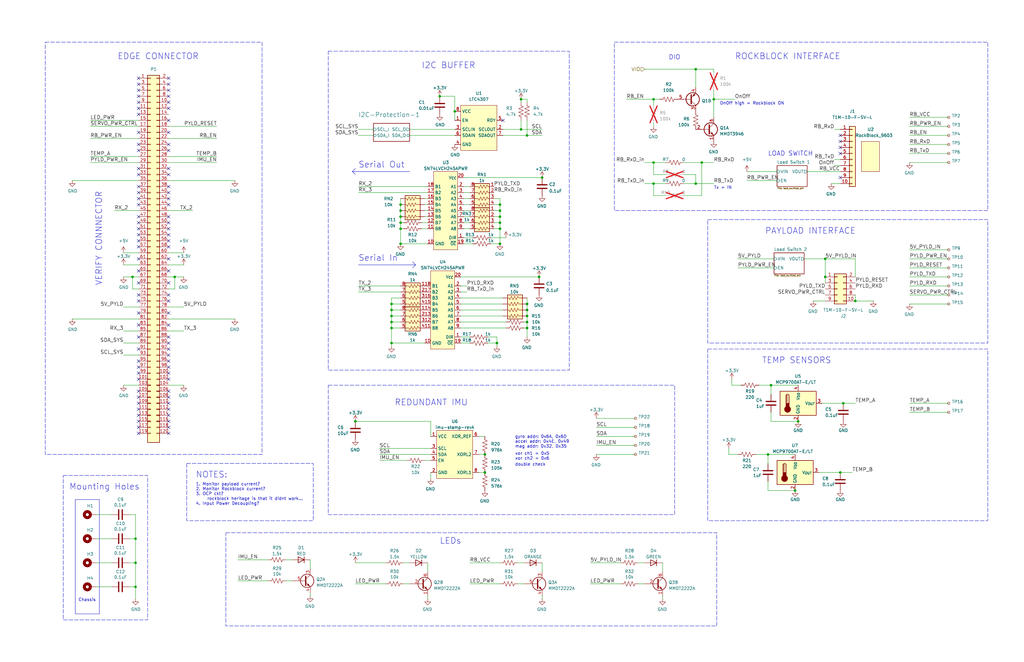
<source format=kicad_sch>
(kicad_sch (version 20230121) (generator eeschema)
  (paper "B")
  (title_block (title "Foras Promineo Payload Interface") (date "2023-06-21") (rev "B") (comment 1 "CH") (comment 2 "CH"))
  (junction (at 275.59 41.91))
  (junction (at 219.71 41.91))
  (junction (at 210.82 91.44))
  (junction (at 209.55 144.78))
  (junction (at 227.33 116.84))
  (junction (at 165.1 128.27))
  (junction (at 275.59 77.47))
  (junction (at 168.91 96.52))
  (junction (at 165.1 135.89))
  (junction (at 57.15 247.65))
  (junction (at 222.25 128.27))
  (junction (at 57.15 237.49))
  (junction (at 210.82 96.52))
  (junction (at 222.25 133.35))
  (junction (at 210.82 88.9))
  (junction (at 168.91 86.36))
  (junction (at 323.85 191.77))
  (junction (at 275.59 68.58))
  (junction (at 204.47 199.39))
  (junction (at 165.1 138.43))
  (junction (at 165.1 130.81))
  (junction (at 325.12 162.56))
  (junction (at 168.91 88.9))
  (junction (at 222.25 135.89))
  (junction (at 354.33 199.39))
  (junction (at 185.42 40.64))
  (junction (at 191.77 46.99))
  (junction (at 210.82 102.87))
  (junction (at 347.98 109.22))
  (junction (at 168.91 93.98))
  (junction (at 335.28 207.01))
  (junction (at 347.98 116.84))
  (junction (at 73.66 116.84))
  (junction (at 295.91 68.58))
  (junction (at 149.86 177.8))
  (junction (at 228.6 74.93))
  (junction (at 57.15 227.33))
  (junction (at 168.91 91.44))
  (junction (at 300.99 41.91))
  (junction (at 165.1 144.78))
  (junction (at 55.88 116.84))
  (junction (at 222.25 57.15))
  (junction (at 210.82 93.98))
  (junction (at 222.25 130.81))
  (junction (at 355.6 170.18))
  (junction (at 165.1 133.35))
  (junction (at 210.82 86.36))
  (junction (at 219.71 54.61))
  (junction (at 293.37 77.47))
  (junction (at 168.91 102.87))
  (junction (at 293.37 29.21))
  (junction (at 204.47 191.77))
  (junction (at 336.55 177.8))
  (junction (at 360.68 127))
  (junction (at 222.25 138.43))
  (no_connect (at 58.42 132.08))
  (no_connect (at 71.12 86.36))
  (no_connect (at 71.12 101.6))
  (no_connect (at 58.42 124.46))
  (no_connect (at 58.42 96.52))
  (no_connect (at 71.12 81.28))
  (no_connect (at 58.42 154.94))
  (no_connect (at 58.42 33.02))
  (no_connect (at 71.12 96.52))
  (no_connect (at 71.12 157.48))
  (no_connect (at 71.12 83.82))
  (no_connect (at 71.12 170.18))
  (no_connect (at 71.12 35.56))
  (no_connect (at 58.42 152.4))
  (no_connect (at 71.12 43.18))
  (no_connect (at 58.42 167.64))
  (no_connect (at 354.33 64.77))
  (no_connect (at 354.33 62.23))
  (no_connect (at 71.12 99.06))
  (no_connect (at 212.09 50.8))
  (no_connect (at 71.12 91.44))
  (no_connect (at 71.12 60.96))
  (no_connect (at 58.42 180.34))
  (no_connect (at 58.42 137.16))
  (no_connect (at 71.12 132.08))
  (no_connect (at 58.42 78.74))
  (no_connect (at 354.33 57.15))
  (no_connect (at 71.12 147.32))
  (no_connect (at 58.42 81.28))
  (no_connect (at 58.42 55.88))
  (no_connect (at 71.12 33.02))
  (no_connect (at 71.12 152.4))
  (no_connect (at 58.42 160.02))
  (no_connect (at 71.12 172.72))
  (no_connect (at 71.12 55.88))
  (no_connect (at 71.12 167.64))
  (no_connect (at 71.12 142.24))
  (no_connect (at 354.33 59.69))
  (no_connect (at 71.12 50.8))
  (no_connect (at 58.42 71.12))
  (no_connect (at 58.42 127))
  (no_connect (at 58.42 104.14))
  (no_connect (at 58.42 93.98))
  (no_connect (at 58.42 101.6))
  (no_connect (at 71.12 160.02))
  (no_connect (at 71.12 93.98))
  (no_connect (at 71.12 45.72))
  (no_connect (at 58.42 73.66))
  (no_connect (at 58.42 45.72))
  (no_connect (at 58.42 99.06))
  (no_connect (at 71.12 73.66))
  (no_connect (at 58.42 114.3))
  (no_connect (at 71.12 78.74))
  (no_connect (at 58.42 63.5))
  (no_connect (at 71.12 144.78))
  (no_connect (at 58.42 172.72))
  (no_connect (at 58.42 48.26))
  (no_connect (at 71.12 137.16))
  (no_connect (at 58.42 142.24))
  (no_connect (at 58.42 109.22))
  (no_connect (at 58.42 177.8))
  (no_connect (at 71.12 154.94))
  (no_connect (at 58.42 157.48))
  (no_connect (at 58.42 119.38))
  (no_connect (at 71.12 109.22))
  (no_connect (at 71.12 40.64))
  (no_connect (at 58.42 83.82))
  (no_connect (at 71.12 182.88))
  (no_connect (at 58.42 86.36))
  (no_connect (at 71.12 114.3))
  (no_connect (at 71.12 177.8))
  (no_connect (at 58.42 35.56))
  (no_connect (at 71.12 149.86))
  (no_connect (at 71.12 38.1))
  (no_connect (at 58.42 40.64))
  (no_connect (at 71.12 63.5))
  (no_connect (at 58.42 165.1))
  (no_connect (at 58.42 43.18))
  (no_connect (at 71.12 104.14))
  (no_connect (at 58.42 170.18))
  (no_connect (at 71.12 124.46))
  (no_connect (at 71.12 175.26))
  (no_connect (at 58.42 182.88))
  (no_connect (at 58.42 175.26))
  (no_connect (at 58.42 91.44))
  (no_connect (at 354.33 74.93))
  (no_connect (at 71.12 71.12))
  (no_connect (at 71.12 119.38))
  (no_connect (at 71.12 165.1))
  (no_connect (at 71.12 127))
  (no_connect (at 58.42 38.1))
  (no_connect (at 71.12 180.34))
  (no_connect (at 58.42 60.96))
  (no_connect (at 58.42 147.32))
  (wire (pts (xy 219.71 54.61) (xy 228.6 54.61)))
  (wire (pts (xy 383.54 170.18) (xy 400.05 170.18)))
  (wire (pts (xy 251.46 176.53) (xy 267.97 176.53)))
  (wire (pts (xy 40.64 217.17) (xy 46.99 217.17)))
  (wire (pts (xy 293.37 77.47) (xy 288.29 77.47)))
  (wire (pts (xy 172.72 54.61) (xy 191.77 54.61)))
  (wire (pts (xy 339.09 109.22) (xy 347.98 109.22)))
  (wire (pts (xy 195.58 83.82) (xy 198.12 83.82)))
  (wire (pts (xy 383.54 116.84) (xy 400.05 116.84)))
  (wire (pts (xy 52.07 144.78) (xy 58.42 144.78)))
  (wire (pts (xy 168.91 91.44) (xy 168.91 93.98)))
  (wire (pts (xy 279.4 252.73) (xy 279.4 251.46)))
  (wire (pts (xy 151.13 81.28) (xy 180.34 81.28)))
  (wire (pts (xy 275.59 68.58) (xy 280.67 68.58)))
  (wire (pts (xy 30.48 134.62) (xy 58.42 134.62)))
  (wire (pts (xy 360.68 124.46) (xy 360.68 127)))
  (wire (pts (xy 165.1 144.78) (xy 165.1 146.05)))
  (wire (pts (xy 275.59 52.07) (xy 275.59 53.34)))
  (wire (pts (xy 191.77 46.99) (xy 191.77 50.8)))
  (wire (pts (xy 180.34 237.49) (xy 180.34 241.3)))
  (wire (pts (xy 195.58 93.98) (xy 198.12 93.98)))
  (wire (pts (xy 55.88 121.92) (xy 58.42 121.92)))
  (wire (pts (xy 151.13 120.65) (xy 168.91 120.65)))
  (wire (pts (xy 288.29 68.58) (xy 295.91 68.58)))
  (wire (pts (xy 195.58 96.52) (xy 198.12 96.52)))
  (wire (pts (xy 195.58 74.93) (xy 228.6 74.93)))
  (wire (pts (xy 168.91 93.98) (xy 168.91 96.52)))
  (wire (pts (xy 220.98 246.38) (xy 218.44 246.38)))
  (wire (pts (xy 55.88 121.92) (xy 55.88 116.84)))
  (wire (pts (xy 71.12 121.92) (xy 73.66 121.92)))
  (wire (pts (xy 165.1 128.27) (xy 165.1 130.81)))
  (wire (pts (xy 160.02 189.23) (xy 181.61 189.23)))
  (wire (pts (xy 194.31 142.24) (xy 198.12 142.24)))
  (wire (pts (xy 195.58 78.74) (xy 198.12 78.74)))
  (wire (pts (xy 208.28 93.98) (xy 210.82 93.98)))
  (wire (pts (xy 57.15 227.33) (xy 57.15 237.49)))
  (wire (pts (xy 383.54 120.65) (xy 400.05 120.65)))
  (wire (pts (xy 251.46 180.34) (xy 267.97 180.34)))
  (wire (pts (xy 208.28 96.52) (xy 210.82 96.52)))
  (wire (pts (xy 208.28 91.44) (xy 210.82 91.44)))
  (wire (pts (xy 71.12 116.84) (xy 73.66 116.84)))
  (wire (pts (xy 351.79 54.61) (xy 354.33 54.61)))
  (wire (pts (xy 220.98 135.89) (xy 222.25 135.89)))
  (wire (pts (xy 222.25 128.27) (xy 222.25 130.81)))
  (wire (pts (xy 195.58 88.9) (xy 198.12 88.9)))
  (wire (pts (xy 222.25 135.89) (xy 222.25 138.43)))
  (wire (pts (xy 194.31 125.73) (xy 212.09 125.73)))
  (wire (pts (xy 208.28 88.9) (xy 210.82 88.9)))
  (wire (pts (xy 151.13 57.15) (xy 157.48 57.15)))
  (wire (pts (xy 323.85 191.77) (xy 335.28 191.77)))
  (wire (pts (xy 168.91 125.73) (xy 165.1 125.73)))
  (wire (pts (xy 342.9 127) (xy 347.98 127)))
  (wire (pts (xy 212.09 57.15) (xy 222.25 57.15)))
  (wire (pts (xy 271.78 68.58) (xy 275.59 68.58)))
  (wire (pts (xy 210.82 86.36) (xy 210.82 88.9)))
  (wire (pts (xy 195.58 91.44) (xy 198.12 91.44)))
  (wire (pts (xy 177.8 96.52) (xy 180.34 96.52)))
  (wire (pts (xy 345.44 199.39) (xy 354.33 199.39)))
  (wire (pts (xy 275.59 41.91) (xy 275.59 44.45)))
  (wire (pts (xy 151.13 54.61) (xy 157.48 54.61)))
  (wire (pts (xy 168.91 83.82) (xy 168.91 86.36)))
  (wire (pts (xy 168.91 128.27) (xy 165.1 128.27)))
  (wire (pts (xy 151.13 78.74) (xy 180.34 78.74)))
  (wire (pts (xy 271.78 246.38) (xy 269.24 246.38)))
  (wire (pts (xy 52.07 162.56) (xy 58.42 162.56)))
  (wire (pts (xy 172.72 57.15) (xy 191.77 57.15)))
  (polyline (pts (xy 148.59 72.39) (xy 149.86 71.12)))
  (wire (pts (xy 383.54 53.34) (xy 400.05 53.34)))
  (wire (pts (xy 383.54 57.15) (xy 400.05 57.15)))
  (wire (pts (xy 71.12 76.2) (xy 99.06 76.2)))
  (wire (pts (xy 383.54 49.53) (xy 400.05 49.53)))
  (wire (pts (xy 149.86 237.49) (xy 162.56 237.49)))
  (wire (pts (xy 320.04 162.56) (xy 325.12 162.56)))
  (wire (pts (xy 194.31 116.84) (xy 227.33 116.84)))
  (wire (pts (xy 38.1 68.58) (xy 58.42 68.58)))
  (wire (pts (xy 383.54 64.77) (xy 400.05 64.77)))
  (wire (pts (xy 207.01 100.33) (xy 213.36 100.33)))
  (wire (pts (xy 165.1 138.43) (xy 165.1 144.78)))
  (wire (pts (xy 168.91 93.98) (xy 170.18 93.98)))
  (wire (pts (xy 205.74 144.78) (xy 209.55 144.78)))
  (wire (pts (xy 351.79 67.31) (xy 354.33 67.31)))
  (wire (pts (xy 194.31 138.43) (xy 213.36 138.43)))
  (wire (pts (xy 222.25 138.43) (xy 222.25 142.24)))
  (wire (pts (xy 208.28 83.82) (xy 210.82 83.82)))
  (wire (pts (xy 308.61 162.56) (xy 312.42 162.56)))
  (polyline (pts (xy 148.59 72.39) (xy 172.72 72.39)))
  (wire (pts (xy 71.12 139.7) (xy 77.47 139.7)))
  (wire (pts (xy 52.07 129.54) (xy 58.42 129.54)))
  (wire (pts (xy 58.42 50.8) (xy 38.1 50.8)))
  (wire (pts (xy 52.07 116.84) (xy 55.88 116.84)))
  (wire (pts (xy 181.61 177.8) (xy 181.61 184.15)))
  (wire (pts (xy 368.3 127) (xy 360.68 127)))
  (wire (pts (xy 71.12 111.76) (xy 77.47 111.76)))
  (wire (pts (xy 350.52 77.47) (xy 354.33 77.47)))
  (wire (pts (xy 179.07 91.44) (xy 180.34 91.44)))
  (wire (pts (xy 383.54 109.22) (xy 400.05 109.22)))
  (wire (pts (xy 228.6 252.73) (xy 228.6 251.46)))
  (wire (pts (xy 347.98 109.22) (xy 360.68 109.22)))
  (wire (pts (xy 168.91 86.36) (xy 168.91 88.9)))
  (wire (pts (xy 165.1 130.81) (xy 165.1 133.35)))
  (wire (pts (xy 48.26 88.9) (xy 58.42 88.9)))
  (wire (pts (xy 323.85 207.01) (xy 323.85 203.2)))
  (wire (pts (xy 222.25 133.35) (xy 222.25 135.89)))
  (wire (pts (xy 181.61 201.93) (xy 181.61 199.39)))
  (wire (pts (xy 264.16 41.91) (xy 275.59 41.91)))
  (wire (pts (xy 288.29 82.55) (xy 295.91 82.55)))
  (wire (pts (xy 271.78 29.21) (xy 293.37 29.21)))
  (wire (pts (xy 222.25 130.81) (xy 222.25 133.35)))
  (wire (pts (xy 71.12 58.42) (xy 91.44 58.42)))
  (wire (pts (xy 168.91 102.87) (xy 180.34 102.87)))
  (wire (pts (xy 222.25 50.8) (xy 222.25 57.15)))
  (wire (pts (xy 279.4 237.49) (xy 279.4 241.3)))
  (wire (pts (xy 209.55 144.78) (xy 209.55 146.05)))
  (wire (pts (xy 318.77 191.77) (xy 323.85 191.77)))
  (wire (pts (xy 130.81 251.46) (xy 130.81 250.19)))
  (wire (pts (xy 219.71 50.8) (xy 219.71 54.61)))
  (wire (pts (xy 210.82 91.44) (xy 210.82 93.98)))
  (wire (pts (xy 165.1 135.89) (xy 168.91 135.89)))
  (wire (pts (xy 54.61 217.17) (xy 57.15 217.17)))
  (wire (pts (xy 311.15 113.03) (xy 326.39 113.03)))
  (wire (pts (xy 275.59 68.58) (xy 275.59 73.66)))
  (wire (pts (xy 195.58 100.33) (xy 199.39 100.33)))
  (wire (pts (xy 271.78 77.47) (xy 275.59 77.47)))
  (wire (pts (xy 210.82 88.9) (xy 210.82 91.44)))
  (wire (pts (xy 293.37 77.47) (xy 300.99 77.47)))
  (wire (pts (xy 162.56 246.38) (xy 149.86 246.38)))
  (wire (pts (xy 210.82 83.82) (xy 210.82 86.36)))
  (wire (pts (xy 354.33 199.39) (xy 359.41 199.39)))
  (wire (pts (xy 288.29 73.66) (xy 293.37 73.66)))
  (wire (pts (xy 71.12 129.54) (xy 77.47 129.54)))
  (wire (pts (xy 73.66 116.84) (xy 77.47 116.84)))
  (wire (pts (xy 347.98 109.22) (xy 347.98 116.84)))
  (wire (pts (xy 209.55 142.24) (xy 205.74 142.24)))
  (wire (pts (xy 52.07 106.68) (xy 58.42 106.68)))
  (wire (pts (xy 195.58 102.87) (xy 199.39 102.87)))
  (polyline (pts (xy 173.99 113.03) (xy 175.26 111.76)))
  (wire (pts (xy 71.12 162.56) (xy 77.47 162.56)))
  (wire (pts (xy 207.01 102.87) (xy 210.82 102.87)))
  (wire (pts (xy 355.6 170.18) (xy 360.68 170.18)))
  (wire (pts (xy 275.59 77.47) (xy 280.67 77.47)))
  (wire (pts (xy 269.24 237.49) (xy 271.78 237.49)))
  (wire (pts (xy 73.66 116.84) (xy 73.66 121.92)))
  (polyline (pts (xy 175.26 111.76) (xy 151.13 111.76)))
  (wire (pts (xy 293.37 73.66) (xy 293.37 77.47)))
  (wire (pts (xy 307.34 189.23) (xy 307.34 191.77)))
  (wire (pts (xy 383.54 173.99) (xy 400.05 173.99)))
  (wire (pts (xy 314.96 72.39) (xy 327.66 72.39)))
  (wire (pts (xy 194.31 144.78) (xy 198.12 144.78)))
  (wire (pts (xy 57.15 252.73) (xy 57.15 247.65)))
  (wire (pts (xy 40.64 227.33) (xy 46.99 227.33)))
  (wire (pts (xy 209.55 144.78) (xy 209.55 142.24)))
  (wire (pts (xy 40.64 247.65) (xy 46.99 247.65)))
  (wire (pts (xy 71.12 66.04) (xy 91.44 66.04)))
  (wire (pts (xy 222.25 125.73) (xy 222.25 128.27)))
  (wire (pts (xy 52.07 111.76) (xy 58.42 111.76)))
  (wire (pts (xy 383.54 105.41) (xy 400.05 105.41)))
  (wire (pts (xy 172.72 246.38) (xy 170.18 246.38)))
  (wire (pts (xy 52.07 139.7) (xy 58.42 139.7)))
  (wire (pts (xy 177.8 93.98) (xy 180.34 93.98)))
  (wire (pts (xy 251.46 191.77) (xy 267.97 191.77)))
  (wire (pts (xy 165.1 130.81) (xy 168.91 130.81)))
  (polyline (pts (xy 1041.4 464.82) (xy 1041.4 452.12)))
  (wire (pts (xy 38.1 58.42) (xy 58.42 58.42)))
  (wire (pts (xy 194.31 133.35) (xy 212.09 133.35)))
  (wire (pts (xy 340.36 72.39) (xy 354.33 72.39)))
  (wire (pts (xy 210.82 246.38) (xy 198.12 246.38)))
  (wire (pts (xy 383.54 60.96) (xy 400.05 60.96)))
  (wire (pts (xy 222.25 41.91) (xy 222.25 43.18)))
  (wire (pts (xy 228.6 237.49) (xy 228.6 241.3)))
  (wire (pts (xy 280.67 73.66) (xy 275.59 73.66)))
  (wire (pts (xy 185.42 40.64) (xy 191.77 40.64)))
  (wire (pts (xy 325.12 162.56) (xy 325.12 166.37)))
  (wire (pts (xy 210.82 96.52) (xy 210.82 102.87)))
  (wire (pts (xy 198.12 237.49) (xy 210.82 237.49)))
  (polyline (pts (xy 175.26 111.76) (xy 173.99 110.49)))
  (wire (pts (xy 55.88 116.84) (xy 58.42 116.84)))
  (wire (pts (xy 308.61 160.02) (xy 308.61 162.56)))
  (wire (pts (xy 300.99 41.91) (xy 300.99 49.53)))
  (wire (pts (xy 248.92 237.49) (xy 261.62 237.49)))
  (wire (pts (xy 251.46 184.15) (xy 267.97 184.15)))
  (wire (pts (xy 57.15 237.49) (xy 57.15 247.65)))
  (wire (pts (xy 181.61 177.8) (xy 149.86 177.8)))
  (wire (pts (xy 179.07 83.82) (xy 180.34 83.82)))
  (wire (pts (xy 218.44 237.49) (xy 220.98 237.49)))
  (wire (pts (xy 123.19 245.11) (xy 120.65 245.11)))
  (wire (pts (xy 201.93 199.39) (xy 204.47 199.39)))
  (wire (pts (xy 219.71 43.18) (xy 219.71 41.91)))
  (wire (pts (xy 38.1 66.04) (xy 58.42 66.04)))
  (wire (pts (xy 201.93 191.77) (xy 204.47 191.77)))
  (wire (pts (xy 336.55 177.8) (xy 325.12 177.8)))
  (wire (pts (xy 293.37 29.21) (xy 300.99 29.21)))
  (wire (pts (xy 309.88 41.91) (xy 300.99 41.91)))
  (wire (pts (xy 295.91 68.58) (xy 300.99 68.58)))
  (wire (pts (xy 275.59 77.47) (xy 275.59 82.55)))
  (wire (pts (xy 194.31 130.81) (xy 212.09 130.81)))
  (wire (pts (xy 165.1 144.78) (xy 179.07 144.78)))
  (wire (pts (xy 201.93 184.15) (xy 204.47 184.15)))
  (wire (pts (xy 261.62 246.38) (xy 248.92 246.38)))
  (wire (pts (xy 208.28 86.36) (xy 210.82 86.36)))
  (wire (pts (xy 335.28 207.01) (xy 323.85 207.01)))
  (wire (pts (xy 165.1 138.43) (xy 168.91 138.43)))
  (wire (pts (xy 168.91 96.52) (xy 170.18 96.52)))
  (wire (pts (xy 195.58 81.28) (xy 198.12 81.28)))
  (wire (pts (xy 179.07 86.36) (xy 180.34 86.36)))
  (wire (pts (xy 71.12 106.68) (xy 77.47 106.68)))
  (wire (pts (xy 165.1 133.35) (xy 165.1 135.89)))
  (wire (pts (xy 383.54 128.27) (xy 400.05 128.27)))
  (wire (pts (xy 194.31 135.89) (xy 213.36 135.89)))
  (wire (pts (xy 170.18 237.49) (xy 172.72 237.49)))
  (wire (pts (xy 210.82 93.98) (xy 210.82 96.52)))
  (wire (pts (xy 160.02 194.31) (xy 171.45 194.31)))
  (wire (pts (xy 191.77 40.64) (xy 191.77 46.99)))
  (wire (pts (xy 300.99 29.21) (xy 300.99 30.48)))
  (wire (pts (xy 100.33 236.22) (xy 113.03 236.22)))
  (wire (pts (xy 251.46 187.96) (xy 267.97 187.96)))
  (wire (pts (xy 300.99 38.1) (xy 300.99 41.91)))
  (wire (pts (xy 293.37 29.21) (xy 293.37 36.83)))
  (wire (pts (xy 295.91 68.58) (xy 295.91 82.55)))
  (wire (pts (xy 165.1 133.35) (xy 168.91 133.35)))
  (wire (pts (xy 151.13 123.19) (xy 168.91 123.19)))
  (wire (pts (xy 346.71 170.18) (xy 355.6 170.18)))
  (wire (pts (xy 57.15 247.65) (xy 54.61 247.65)))
  (wire (pts (xy 57.15 227.33) (xy 57.15 217.17)))
  (wire (pts (xy 194.31 128.27) (xy 212.09 128.27)))
  (wire (pts (xy 307.34 191.77) (xy 311.15 191.77)))
  (wire (pts (xy 323.85 191.77) (xy 323.85 195.58)))
  (wire (pts (xy 71.12 88.9) (xy 81.28 88.9)))
  (wire (pts (xy 38.1 53.34) (xy 58.42 53.34)))
  (wire (pts (xy 347.98 116.84) (xy 347.98 119.38)))
  (wire (pts (xy 383.54 68.58) (xy 400.05 68.58)))
  (wire (pts (xy 325.12 177.8) (xy 325.12 173.99)))
  (wire (pts (xy 383.54 124.46) (xy 400.05 124.46)))
  (wire (pts (xy 195.58 86.36) (xy 198.12 86.36)))
  (wire (pts (xy 58.42 76.2) (xy 30.48 76.2)))
  (wire (pts (xy 383.54 113.03) (xy 400.05 113.03)))
  (wire (pts (xy 113.03 245.11) (xy 100.33 245.11)))
  (wire (pts (xy 168.91 96.52) (xy 168.91 102.87)))
  (wire (pts (xy 219.71 41.91) (xy 222.25 41.91)))
  (wire (pts (xy 168.91 88.9) (xy 168.91 91.44)))
  (wire (pts (xy 54.61 237.49) (xy 57.15 237.49)))
  (wire (pts (xy 360.68 109.22) (xy 360.68 116.84)))
  (wire (pts (xy 275.59 41.91) (xy 278.13 41.91)))
  (wire (pts (xy 194.31 123.19) (xy 196.85 123.19)))
  (wire (pts (xy 52.07 149.86) (xy 58.42 149.86)))
  (wire (pts (xy 40.64 237.49) (xy 46.99 237.49)))
  (wire (pts (xy 130.81 236.22) (xy 130.81 240.03)))
  (wire (pts (xy 165.1 125.73) (xy 165.1 128.27)))
  (wire (pts (xy 71.12 134.62) (xy 99.06 134.62)))
  (wire (pts (xy 222.25 57.15) (xy 228.6 57.15)))
  (wire (pts (xy 194.31 120.65) (xy 196.85 120.65)))
  (wire (pts (xy 71.12 53.34) (xy 91.44 53.34)))
  (wire (pts (xy 120.65 236.22) (xy 123.19 236.22)))
  (wire (pts (xy 160.02 191.77) (xy 181.61 191.77)))
  (wire (pts (xy 180.34 252.73) (xy 180.34 251.46)))
  (wire (pts (xy 71.12 68.58) (xy 91.44 68.58)))
  (wire (pts (xy 54.61 227.33) (xy 57.15 227.33)))
  (wire (pts (xy 314.96 76.2) (xy 327.66 76.2)))
  (wire (pts (xy 220.98 138.43) (xy 222.25 138.43)))
  (wire (pts (xy 179.07 88.9) (xy 180.34 88.9)))
  (wire (pts (xy 275.59 82.55) (xy 280.67 82.55)))
  (wire (pts (xy 325.12 162.56) (xy 336.55 162.56)))
  (wire (pts (xy 311.15 109.22) (xy 326.39 109.22)))
  (wire (pts (xy 212.09 54.61) (xy 219.71 54.61)))
  (wire (pts (xy 165.1 135.89) (xy 165.1 138.43)))
  (polyline (pts (xy 149.86 73.66) (xy 148.59 72.39)))
  (wire (pts (xy 351.79 69.85) (xy 354.33 69.85)))
  (wire (pts (xy 179.07 194.31) (xy 181.61 194.31)))
  (rectangle (start 31.75 210.82) (end 41.91 259.08))
  (rectangle (start 259.08 17.78) (end 416.56 88.9) (stroke (width 0) (type dash)))
  (rectangle (start 19.05 17.78) (end 110.49 191.77) (stroke (width 0) (type dash)))
  (rectangle (start 298.45 92.71) (end 416.56 144.78) (stroke (width 0) (type dash)))
  (rectangle (start 78.74 195.58) (end 132.08 219.71) (stroke (width 0) (type dash)))
  (rectangle (start 138.43 162.56) (end 284.48 217.17) (stroke (width 0) (type dash)))
  (rectangle (start 298.45 147.32) (end 416.56 219.71) (stroke (width 0) (type dash)))
  (rectangle (start 26.67 200.66) (end 62.23 261.62) (stroke (width 0) (type dash)))
  (rectangle (start 95.25 224.79) (end 302.26 264.16) (stroke (width 0) (type dash)))
  (rectangle (start 138.43 21.59) (end 240.03 156.21) (stroke (width 0) (type dash)))
  (text "NOTES:" (at 82.55 201.93 0) (effects (font (size 2.54 2.54)) (justify left bottom)))
  (text "Chassis" (at 33.02 254 0) (effects (font (size 1.27 1.27)) (justify left bottom)))
  (text "TEMP SENSORS" (at 321.31 153.67 0) (effects (font (size 2.54 2.54)) (justify left bottom)))
  (text "Tx = IN" (at 300.99 80.01 0) (effects (font (size 1.27 1.27)) (justify left bottom)))
  (text "DIO" (at 281.94 25.4 0) (effects (font (size 1.905 1.905)) (justify left bottom)))
  (text "ROCKBLOCK INTERFACE" (at 309.88 25.4 0) (effects (font (size 2.54 2.54)) (justify left bottom)))
  (text "Mounting Holes" (at 29.21 207.01 0) (effects (font (size 2.54 2.54)) (justify left bottom)))
  (text "xor ch1 = 0x5\nxor ch2 = 0x6" (at 217.17 194.31 0) (effects (font (size 1.27 1.27)) (justify left bottom)))
  (text "VERIFY CONNNECTOR" (at 43.18 120.65 90) (effects (font (size 2.54 2.54)) (justify left bottom)))
  (text "REDUNDANT IMU" (at 166.37 171.45 0) (effects (font (size 2.54 2.54)) (justify left bottom)))
  (text "Serial Out" (at 151.13 71.12 0) (effects (font (size 2.54 2.54)) (justify left bottom)))
  (text "EDGE CONNECTOR" (at 49.53 25.4 0) (effects (font (size 2.54 2.54)) (justify left bottom)))
  (text "Serial In" (at 151.13 110.49 0) (effects (font (size 2.54 2.54)) (justify left bottom)))
  (text "1. Monitor payload current?\n2. Monitor Rockblock current?\n3. OCP ckt?\n	rockblock heritage is that it didnt work...\n4. Input Power Decoupling?" (at 82.55 213.36 0) (effects (font (size 1.27 1.27)) (justify left bottom)))
  (text "I2C BUFFER" (at 177.8 29.21 0) (effects (font (size 2.54 2.54)) (justify left bottom)))
  (text "PAYLOAD INTERFACE" (at 322.58 99.06 0) (effects (font (size 2.54 2.54)) (justify left bottom)))
  (text "gyro addr: 0x6A, 0x6D\naccel addr: 0x4E, 0x49\nmag addr: 0x32, 0x35" (at 217.17 189.23 0) (effects (font (size 1.27 1.27)) (justify left bottom)))
  (text "OnOff high = Rockblock ON" (at 303.53 44.45 0) (effects (font (size 1.27 1.27)) (justify left bottom)))
  (text "double check" (at 217.17 196.85 0) (effects (font (size 1.27 1.27)) (justify left bottom)))
  (text "LOAD SWITCH" (at 323.85 66.04 0) (effects (font (size 1.905 1.905)) (justify left bottom)))
  (text "LEDs" (at 185.42 229.87 0) (effects (font (size 2.54 2.54)) (justify left bottom)))
  (label "PYLD_RXD" (at 360.68 121.92 0) (effects (font (size 1.524 1.524))))
  (label "RX_3" (at 151.13 81.28 0) (effects (font (size 1.524 1.524))))
  (label "RB_TxD" (at 351.79 67.31 180) (effects (font (size 1.524 1.524))))
  (label "PYLD_TXD" (at 208.28 78.74 0) (effects (font (size 1.524 1.524))))
  (label "PYLD_PWR_EN" (at 38.1 68.58 0) (effects (font (size 1.524 1.524))))
  (label "SDA" (at 160.02 191.77 0) (effects (font (size 1.524 1.524))))
  (label "TEMP_B" (at 383.54 173.99 0) (effects (font (size 1.524 1.524))))
  (label "SDA" (at 251.46 184.15 0) (effects (font (size 1.524 1.524))))
  (label "PYLD_RXD" (at 196.85 120.65 0) (effects (font (size 1.524 1.524))))
  (label "TX_2" (at 81.28 88.9 180) (effects (font (size 1.524 1.524))))
  (label "TEMP_B" (at 91.44 66.04 180) (effects (font (size 1.524 1.524))))
  (label "SDA_SYS" (at 151.13 57.15 180) (effects (font (size 1.524 1.524))))
  (label "5V_PYLD" (at 311.15 109.22 0) (effects (font (size 1.524 1.524))))
  (label "SCL_SYS" (at 151.13 54.61 180) (effects (font (size 1.524 1.524))))
  (label "TX_3" (at 151.13 123.19 0) (effects (font (size 1.524 1.524))))
  (label "5V_PYLD" (at 52.07 129.54 180) (effects (font (size 1.524 1.524))))
  (label "5V_PYLD" (at 77.47 129.54 0) (effects (font (size 1.524 1.524))))
  (label "RB_TxD" (at 300.99 77.47 0) (effects (font (size 1.524 1.524))))
  (label "RB_TxD_in" (at 271.78 77.47 180) (effects (font (size 1.524 1.524))))
  (label "IMU_EN" (at 91.44 68.58 180) (effects (font (size 1.524 1.524))))
  (label "SCL" (at 251.46 180.34 0) (effects (font (size 1.524 1.524))))
  (label "LED_PWR" (at 100.33 245.11 0) (effects (font (size 1.524 1.524))))
  (label "PYLD_RESET" (at 383.54 113.03 0) (effects (font (size 1.524 1.524))))
  (label "RB_RxD_in" (at 208.28 81.28 0) (effects (font (size 1.524 1.524))))
  (label "PYLD_TXD" (at 347.98 121.92 180) (effects (font (size 1.524 1.524))))
  (label "SCL_SYS" (at 52.07 149.86 180) (effects (font (size 1.524 1.524))))
  (label "LED_PWR" (at 198.12 246.38 0) (effects (font (size 1.524 1.524))))
  (label "RB_RxD" (at 300.99 68.58 0) (effects (font (size 1.524 1.524))))
  (label "RB_PWR_EN" (at 314.96 76.2 0) (effects (font (size 1.524 1.524))))
  (label "OnOff" (at 351.79 69.85 180) (effects (font (size 1.524 1.524))))
  (label "RB_RxD" (at 383.54 60.96 0) (effects (font (size 1.524 1.524))))
  (label "RB_EN" (at 264.16 41.91 0) (effects (font (size 1.524 1.524))))
  (label "LED_PWR" (at 149.86 246.38 0) (effects (font (size 1.524 1.524))))
  (label "TEMP_A" (at 383.54 170.18 0) (effects (font (size 1.524 1.524))))
  (label "TX_3" (at 77.47 139.7 0) (effects (font (size 1.524 1.524))))
  (label "RB_EN" (at 383.54 57.15 0) (effects (font (size 1.524 1.524))))
  (label "PYLD_RXD" (at 383.54 120.65 0) (effects (font (size 1.524 1.524))))
  (label "IMU_EN" (at 100.33 236.22 0) (effects (font (size 1.524 1.524))))
  (label "TX_2" (at 151.13 120.65 0) (effects (font (size 1.524 1.524))))
  (label "RB_TxD_in" (at 196.85 123.19 0) (effects (font (size 1.524 1.524))))
  (label "TEMP_A" (at 38.1 66.04 0) (effects (font (size 1.524 1.524))))
  (label "RB_PWR_EN" (at 38.1 58.42 0) (effects (font (size 1.524 1.524))))
  (label "SCL" (at 160.02 189.23 0) (effects (font (size 1.524 1.524))))
  (label "PYLD_RESET" (at 360.68 119.38 0) (effects (font (size 1.524 1.524))))
  (label "5V_PYLD_IN" (at 347.98 109.22 0) (effects (font (size 1.524 1.524))))
  (label "RX_3" (at 52.07 139.7 180) (effects (font (size 1.524 1.524))))
  (label "5V_PYLD_IN" (at 383.54 105.41 0) (effects (font (size 1.524 1.524))))
  (label "SERVO_PWR_CTRL" (at 347.98 124.46 180) (effects (font (size 1.524 1.524))))
  (label "SERVO_PWR_CTRL" (at 383.54 124.46 0) (effects (font (size 1.524 1.524))))
  (label "SDA" (at 228.6 57.15 180) (effects (font (size 1.524 1.524))))
  (label "RX_2" (at 48.26 88.9 0) (effects (font (size 1.524 1.524))))
  (label "PYLD_RESET" (at 91.44 53.34 180) (effects (font (size 1.524 1.524))))
  (label "TEMP_B" (at 359.41 199.39 0) (effects (font (size 1.524 1.524))))
  (label "IMU_EN" (at 160.02 194.31 0) (effects (font (size 1.524 1.524))))
  (label "RB_RxD_in" (at 271.78 68.58 180) (effects (font (size 1.524 1.524))))
  (label "RB_PWR_EN" (at 383.54 53.34 0) (effects (font (size 1.524 1.524))))
  (label "RB_VCC" (at 345.44 72.39 0) (effects (font (size 1.524 1.524))))
  (label "RB_RxD" (at 351.79 54.61 180) (effects (font (size 1.524 1.524))))
  (label "PYLD_TXD" (at 383.54 116.84 0) (effects (font (size 1.524 1.524))))
  (label "LED_PWR" (at 38.1 50.8 0) (effects (font (size 1.524 1.524))))
  (label "SCL" (at 228.6 54.61 180) (effects (font (size 1.524 1.524))))
  (label "SERVO_PWR_CTRL" (at 38.1 53.34 0) (effects (font (size 1.524 1.524))))
  (label "PYLD_PWR_EN" (at 383.54 109.22 0) (effects (font (size 1.524 1.524))))
  (label "OnOff" (at 309.88 41.91 0) (effects (font (size 1.524 1.524))))
  (label "SDA_SYS" (at 52.07 144.78 180) (effects (font (size 1.524 1.524))))
  (label "RB_TxD" (at 383.54 64.77 0) (effects (font (size 1.524 1.524))))
  (label "RB_VCC" (at 383.54 49.53 0) (effects (font (size 1.524 1.524))))
  (label "PYLD_PWR_EN" (at 311.15 113.03 0) (effects (font (size 1.524 1.524))))
  (label "RB_VCC" (at 198.12 237.49 0) (effects (font (size 1.524 1.524))))
  (label "5V_PYLD_IN" (at 248.92 237.49 0) (effects (font (size 1.524 1.524))))
  (label "TEMP_A" (at 360.68 170.18 0) (effects (font (size 1.524 1.524))))
  (label "LED_PWR" (at 248.92 246.38 0) (effects (font (size 1.524 1.524))))
  (label "IMU_EN" (at 251.46 187.96 0) (effects (font (size 1.524 1.524))))
  (label "RX_2" (at 151.13 78.74 0) (effects (font (size 1.524 1.524))))
  (label "RB_EN" (at 91.44 58.42 180) (effects (font (size 1.524 1.524))))
  (hierarchical_label "VIO" (shape input) (at 271.78 29.21 180) (effects (font (size 1.524 1.524))))
  (symbol (lib_id "payload-interface-board:Conn_02x60_Top_Bottom") (at 64.77 31.75 0) (unit 1) (in_bom no)
    (property "Reference" "P1" (at 64.77 29.21 0))
    (property "Value" "Card Edge for HSEC8-160-01-S-DV-A-K-TR" (effects hide))
    (property "Footprint" "SLI-Backplane-Blank-Card-KiCad:HSEC8-160-CARD-EDGE" (effects hide))
  )
  (symbol (lib_id "Device:R_US") (at 116.84 245.11 270) (unit 1)
    (property "Reference" "R29" (at 116.84 239.903 90))
    (property "Value" "10k" (at 116.84 242.2144 90))
    (property "Footprint" "Resistor_SMD:R_0402_1005Metric" (effects hide))
    (property "Datasheet" "https://www.seielect.com/Catalog/SEI-RMCF_RMCP.pdf" (effects hide))
    (property "Manufacturer" "Stackpole Electronics Inc" (effects hide))
    (property "Mfr. Part No" "RMCF0402FT10K0" (effects hide))
    (property "Description" "RES 10K OHM 1% 1/16W 0402" (effects hide))
  )
  (symbol (lib_id "Device:R_US") (at 214.63 246.38 270) (unit 1)
    (property "Reference" "R31" (at 214.63 241.173 90))
    (property "Value" "10k" (at 214.63 243.4844 90))
    (property "Footprint" "Resistor_SMD:R_0402_1005Metric" (effects hide))
    (property "Datasheet" "https://www.seielect.com/Catalog/SEI-RMCF_RMCP.pdf" (effects hide))
    (property "Manufacturer" "Stackpole Electronics Inc" (effects hide))
    (property "Mfr. Part No" "RMCF0402FT10K0" (effects hide))
    (property "Description" "RES 10K OHM 1% 1/16W 0402" (effects hide))
  )
  (symbol (lib_id "Device:R_US") (at 293.37 50.8 0) (unit 1)
    (property "Reference" "R6" (at 290.83 50.165 0) (effects (justify right)))
    (property "Value" "100k" (at 290.83 52.705 0) (effects (justify right)))
    (property "Footprint" "Resistor_SMD:R_0603_1608Metric" (effects hide))
    (property "Datasheet" "https://www.seielect.com/Catalog/SEI-RMCF_RMCP.pdf" (effects hide))
    (property "Manufacturer" "Stackpole Electronics Inc" (effects hide))
    (property "Description" "RES 100K OHM 1% 1/10W 0603" (effects hide))
    (property "Mfr. Part No" "RMCF0603FT100K" (effects hide))
  )
  (symbol (lib_id "mainboard_SLI:LTC4307") (at 201.93 44.45 0) (unit 1)
    (property "Reference" "U1" (at 201.93 39.37 0))
    (property "Value" "LTC4307" (at 201.93 41.91 0))
    (property "Footprint" "Package_SO:MSOP-8_3x3mm_P0.65mm" (effects hide))
    (property "Datasheet" "https://www.analog.com/media/en/technical-documentation/data-sheets/4307f.pdf" (effects hide))
    (property "Manufacturer" "Analog Devices" (effects hide))
    (property "Mfr. Part No" "LTC4307IMS8#TRPBF" (effects hide))
    (property "Description" "IC ACCELERATOR I2C HOTSWAP 8MSOP" (effects hide))
  )
  (symbol (lib_id "Connector:TestPoint_Small") (at 267.97 191.77 0) (unit 1)
    (property "Reference" "TP21" (at 269.24 191.135 0) (effects (justify left)))
    (property "Value" "${NET_NAME(1)}" (effects hide))
    (property "Footprint" "SierraLobo:Keystone_5027" (effects hide))
    (property "Datasheet" "https://www.keyelco.com/userAssets/file/M65p55.pdf" (effects hide))
    (property "Manufacturer" "Keystone" (effects hide))
    (property "Mfr. Part No" "5027" (effects hide))
    (property "Description" "PC TEST POINT MINIATURE" (effects hide))
  )
  (symbol (lib_id "power:+3.3V") (at 149.86 177.8 0) (unit 1)
    (property "Reference" "#PWR037" (effects hide))
    (property "Value" "+3.3V" (at 149.86 174.1955 0))
  )
  (symbol (lib_id "Connector:TestPoint_Small") (at 400.05 105.41 0) (unit 1)
    (property "Reference" "TP9" (at 401.32 104.775 0) (effects (justify left)))
    (property "Value" "${NET_NAME(1)}" (effects hide))
    (property "Footprint" "TestPoint:TestPoint_Keystone_5000-5004_Miniature" (effects hide))
    (property "Datasheet" "https://www.keyelco.com/userAssets/file/M65p56.pdf" (effects hide))
    (property "Manufacturer" "Keystone" (effects hide))
    (property "Mfr. Part No" "5002" (effects hide))
    (property "Description" "PC TEST POINT MINIATURE WHITE" (effects hide))
  )
  (symbol (lib_id "Device:C") (at 50.8 247.65 270) (unit 1)
    (property "Reference" "C12" (at 50.8 241.2492 90))
    (property "Value" "0.1uF" (at 50.8 243.5606 90))
    (property "Footprint" "Capacitor_SMD:C_0603_1608Metric" (effects hide))
    (property "Datasheet" "https://product.tdk.com/en/system/files?file=dam/doc/product/capacitor/ceramic/mlcc/catalog/mlcc_automotive_soft_en.pdf" (effects hide))
    (property "Description" "CAP CER 0.1UF 50V X7R 0402" (effects hide))
    (property "Manufacturer" "TDK Corporation" (effects hide))
    (property "Mfr. Part No" "CGA2B3X7R1H104K050BE" (effects hide))
  )
  (symbol (lib_id "Device:R_US") (at 265.43 246.38 270) (unit 1)
    (property "Reference" "R32" (at 265.43 241.173 90))
    (property "Value" "10k" (at 265.43 243.4844 90))
    (property "Footprint" "Resistor_SMD:R_0402_1005Metric" (effects hide))
    (property "Datasheet" "https://www.seielect.com/Catalog/SEI-RMCF_RMCP.pdf" (effects hide))
    (property "Manufacturer" "Stackpole Electronics Inc" (effects hide))
    (property "Mfr. Part No" "RMCF0402FT10K0" (effects hide))
    (property "Description" "RES 10K OHM 1% 1/16W 0402" (effects hide))
  )
  (symbol (lib_id "power:+3.3V") (at 219.71 41.91 0) (unit 1)
    (property "Reference" "#PWR02" (effects hide))
    (property "Value" "+3.3V" (at 219.71 38.3055 0))
  )
  (symbol (lib_id "power:GND") (at 52.07 162.56 0) (unit 1)
    (property "Reference" "#PWR035" (effects hide))
    (property "Value" "GND" (at 52.197 166.9542 0))
  )
  (symbol (lib_id "Device:C") (at 50.8 217.17 270) (unit 1)
    (property "Reference" "C9" (at 50.8 210.7692 90))
    (property "Value" "0.1uF" (at 50.8 213.0806 90))
    (property "Footprint" "Capacitor_SMD:C_0603_1608Metric" (effects hide))
    (property "Datasheet" "https://product.tdk.com/en/system/files?file=dam/doc/product/capacitor/ceramic/mlcc/catalog/mlcc_automotive_soft_en.pdf" (effects hide))
    (property "Description" "CAP CER 0.1UF 50V X7R 0402" (effects hide))
    (property "Manufacturer" "TDK Corporation" (effects hide))
    (property "Mfr. Part No" "CGA2B3X7R1H104K050BE" (effects hide))
  )
  (symbol (lib_id "power:GND") (at 222.25 142.24 0) (mirror y) (unit 1)
    (property "Reference" "#PWR031" (effects hide))
    (property "Value" "GND" (at 222.123 146.6342 0))
  )
  (symbol (lib_id "Connector:TestPoint_Small") (at 400.05 53.34 0) (unit 1)
    (property "Reference" "TP3" (at 401.32 52.705 0) (effects (justify left)))
    (property "Value" "${NET_NAME(1)}" (effects hide))
    (property "Footprint" "TestPoint:TestPoint_Keystone_5000-5004_Miniature" (effects hide))
    (property "Datasheet" "https://www.keyelco.com/userAssets/file/M65p56.pdf" (effects hide))
    (property "Manufacturer" "Keystone" (effects hide))
    (property "Mfr. Part No" "5002" (effects hide))
    (property "Description" "PC TEST POINT MINIATURE WHITE" (effects hide))
  )
  (symbol (lib_id "Device:C") (at 354.33 203.2 0) (unit 1)
    (property "Reference" "C8" (at 346.71 201.93 0) (effects (justify left)))
    (property "Value" "0.1uF" (at 346.71 204.47 0) (effects (justify left)))
    (property "Footprint" "Capacitor_SMD:C_0603_1608Metric" (effects hide))
    (property "Datasheet" "https://product.tdk.com/en/system/files?file=dam/doc/product/capacitor/ceramic/mlcc/catalog/mlcc_automotive_soft_en.pdf" (effects hide))
    (property "Description" "CAP CER 0.1UF 50V X7R 0402" (effects hide))
    (property "Manufacturer" "TDK Corporation" (effects hide))
    (property "Mfr. Part No" "CGA2B3X7R1H104K050BE" (effects hide))
  )
  (symbol (lib_id "Connector:TestPoint_Small") (at 400.05 68.58 0) (unit 1)
    (property "Reference" "TP7" (at 401.32 67.945 0) (effects (justify left)))
    (property "Value" "${NET_NAME(1)}" (effects hide))
    (property "Footprint" "SierraLobo:Keystone_5027" (effects hide))
    (property "Datasheet" "https://www.keyelco.com/userAssets/file/M65p55.pdf" (effects hide))
    (property "Manufacturer" "Keystone" (effects hide))
    (property "Mfr. Part No" "5027" (effects hide))
    (property "Description" "PC TEST POINT MINIATURE" (effects hide))
  )
  (symbol (lib_id "power:GND") (at 342.9 127 0) (mirror y) (unit 1)
    (property "Reference" "#PWR026" (effects hide))
    (property "Value" "GND" (at 342.773 131.3942 0))
  )
  (symbol (lib_id "power:+3.3V") (at 149.86 237.49 0) (unit 1)
    (property "Reference" "#PWR047" (effects hide))
    (property "Value" "+3.3V" (at 149.86 233.8855 0))
  )
  (symbol (lib_id "power:GND") (at 355.6 177.8 0) (unit 1)
    (property "Reference" "#PWR039" (effects hide))
    (property "Value" "GND" (at 355.6 181.61 0))
  )
  (symbol (lib_id "Transistor_BJT:MMDT3946") (at 290.83 41.91 0) (mirror x) (unit 2)
    (property "Reference" "Q1" (at 295.91 42.545 0) (effects (justify left)))
    (property "Value" "MMDT3946" (effects hide))
    (property "Footprint" "Package_TO_SOT_SMD:SOT-363_SC-70-6" (effects hide))
    (property "Datasheet" "http://www.diodes.com/_files/datasheets/ds30123.pdf" (effects hide))
    (property "Description" "TRANS NPN/PNP 40V 0.2A SOT363" (effects hide))
    (property "Manufacturer" "Diodes Incorporated" (effects hide))
    (property "Mfr. Part No" "MMDT3946-7-F" (effects hide))
  )
  (symbol (lib_id "Connector:TestPoint_Small") (at 400.05 173.99 0) (unit 1)
    (property "Reference" "TP17" (at 401.32 173.355 0) (effects (justify left)))
    (property "Value" "${NET_NAME(1)}" (effects hide))
    (property "Footprint" "TestPoint:TestPoint_Keystone_5000-5004_Miniature" (effects hide))
    (property "Datasheet" "https://www.keyelco.com/userAssets/file/M65p56.pdf" (effects hide))
    (property "Manufacturer" "Keystone" (effects hide))
    (property "Mfr. Part No" "5002" (effects hide))
    (property "Description" "PC TEST POINT MINIATURE WHITE" (effects hide))
  )
  (symbol (lib_id "power:GND") (at 279.4 252.73 0) (mirror y) (unit 1)
    (property "Reference" "#PWR052" (effects hide))
    (property "Value" "GND" (at 279.273 257.1242 0))
  )
  (symbol (lib_id "Device:D") (at 176.53 237.49 180) (unit 1)
    (property "Reference" "D2" (at 176.53 232.41 0))
    (property "Value" "YELLOW" (at 176.53 234.95 0))
    (property "Footprint" "SierraLobo:APA2107x" (effects hide))
    (property "Datasheet" "https://www.kingbrightusa.com/images/catalog/SPEC/APA2107SYCK.pdf" (effects hide))
    (property "Sim.Device" "D" (effects hide))
    (property "Sim.Pins" "1=K 2=A" (effects hide))
    (property "Description" "LED YELLOW CLEAR SMD R/A" (effects hide))
    (property "Manufacturer" "Kingbright" (effects hide))
    (property "Mfr. Part No" "APA2107SYCK" (effects hide))
  )
  (symbol (lib_id "FP-Interface-Card:R_Network04_US") (at 173.99 125.73 90) (mirror x) (unit 1)
    (property "Reference" "RN4" (at 173.99 115.57 90))
    (property "Value" "1k" (at 173.99 118.11 90))
    (property "Footprint" "Resistor_SMD:R_Array_Convex_4x0402" (effects hide))
    (property "Datasheet" "https://industrial.panasonic.com/cdbs/www-data/pdf/AOC0000/AOC0000C14.pdf" (effects hide))
    (property "Manufacturer" "Panasonic" (effects hide))
    (property "Mfr. Part No" "EXB-28V102JX" (effects hide))
    (property "Description" "RES ARRAY 4 RES 10K OHM 0804" (effects hide))
  )
  (symbol (lib_id "Connector:TestPoint_Small") (at 400.05 60.96 0) (unit 1)
    (property "Reference" "TP5" (at 401.32 60.325 0) (effects (justify left)))
    (property "Value" "${NET_NAME(1)}" (effects hide))
    (property "Footprint" "TestPoint:TestPoint_Keystone_5000-5004_Miniature" (effects hide))
    (property "Datasheet" "https://www.keyelco.com/userAssets/file/M65p56.pdf" (effects hide))
    (property "Manufacturer" "Keystone" (effects hide))
    (property "Mfr. Part No" "5002" (effects hide))
    (property "Description" "PC TEST POINT MINIATURE WHITE" (effects hide))
  )
  (symbol (lib_id "power:GND") (at 228.6 252.73 0) (mirror y) (unit 1)
    (property "Reference" "#PWR051" (effects hide))
    (property "Value" "GND" (at 228.473 257.1242 0))
  )
  (symbol (lib_id "power:+3.3V") (at 185.42 40.64 0) (unit 1)
    (property "Reference" "#PWR01" (effects hide))
    (property "Value" "+3.3V" (at 185.42 37.0355 0))
  )
  (symbol (lib_id "Connector:TestPoint_Small") (at 267.97 176.53 0) (unit 1)
    (property "Reference" "TP22" (at 269.24 175.895 0) (effects (justify left)))
    (property "Value" "${NET_NAME(1)}" (effects hide))
    (property "Footprint" "TestPoint:TestPoint_Keystone_5000-5004_Miniature" (effects hide))
    (property "Datasheet" "https://www.keyelco.com/userAssets/file/M65p56.pdf" (effects hide))
    (property "Manufacturer" "Keystone" (effects hide))
    (property "Mfr. Part No" "5002" (effects hide))
    (property "Description" "PC TEST POINT MINIATURE WHITE" (effects hide))
  )
  (symbol (lib_id "Device:R_US") (at 166.37 246.38 270) (unit 1)
    (property "Reference" "R30" (at 166.37 241.173 90))
    (property "Value" "10k" (at 166.37 243.4844 90))
    (property "Footprint" "Resistor_SMD:R_0402_1005Metric" (effects hide))
    (property "Datasheet" "https://www.seielect.com/Catalog/SEI-RMCF_RMCP.pdf" (effects hide))
    (property "Manufacturer" "Stackpole Electronics Inc" (effects hide))
    (property "Mfr. Part No" "RMCF0402FT10K0" (effects hide))
    (property "Description" "RES 10K OHM 1% 1/16W 0402" (effects hide))
  )
  (symbol (lib_id "power:GND") (at 168.91 102.87 0) (mirror y) (unit 1)
    (property "Reference" "#PWR016" (effects hide))
    (property "Value" "GND" (at 168.783 107.2642 0))
  )
  (symbol (lib_id "FP-Interface-Card:imu-stamp-revA") (at 191.77 181.61 0) (unit 1)
    (property "Reference" "U6" (at 191.77 177.8 0))
    (property "Value" "imu-stamp-revA" (at 191.77 180.34 0))
    (property "Footprint" "payload-interface-board:imu-stamp-revA-SMD" (effects hide))
    (property "Description" "PCBA, IMU" (effects hide))
    (property "Manufacturer" "Sierra Lobo" (effects hide))
    (property "Mfr. Part No" "RD21-6005A" (effects hide))
  )
  (symbol (lib_id "Mechanical:MountingHole_Pad") (at 38.1 217.17 90) (unit 1) (in_bom no)
    (property "Reference" "H1" (at 38.0238 213.487 90))
    (property "Value" "SLI-Backplane-Blank-Card-KiCad:125mil_hole" (effects hide))
    (property "Footprint" "SierraLobo:125mil_hole" (effects hide))
  )
  (symbol (lib_id "FP-Interface-Card:R_Network04_US") (at 203.2 83.82 90) (mirror x) (unit 1)
    (property "Reference" "RN1" (at 203.2 73.66 90))
    (property "Value" "1k" (at 203.2 76.2 90))
    (property "Footprint" "Resistor_SMD:R_Array_Convex_4x0402" (effects hide))
    (property "Datasheet" "https://industrial.panasonic.com/cdbs/www-data/pdf/AOC0000/AOC0000C14.pdf" (effects hide))
    (property "Manufacturer" "Panasonic" (effects hide))
    (property "Mfr. Part No" "EXB-28V102JX" (effects hide))
    (property "Description" "RES ARRAY 4 RES 10K OHM 0804" (effects hide))
  )
  (symbol (lib_id "Connector:TestPoint_Small") (at 400.05 49.53 0) (unit 1)
    (property "Reference" "TP2" (at 401.32 48.895 0) (effects (justify left)))
    (property "Value" "${NET_NAME(1)}" (effects hide))
    (property "Footprint" "TestPoint:TestPoint_Keystone_5000-5004_Miniature" (effects hide))
    (property "Datasheet" "https://www.keyelco.com/userAssets/file/M65p56.pdf" (effects hide))
    (property "Manufacturer" "Keystone" (effects hide))
    (property "Mfr. Part No" "5002" (effects hide))
    (property "Description" "PC TEST POINT MINIATURE WHITE" (effects hide))
  )
  (symbol (lib_id "power:+5V") (at 77.47 106.68 0) (unit 1)
    (property "Reference" "#PWR019" (effects hide))
    (property "Value" "+5V" (at 77.47 101.6 0))
  )
  (symbol (lib_id "Device:R_US") (at 214.63 237.49 90) (unit 1)
    (property "Reference" "R27" (at 214.63 232.41 90))
    (property "Value" "1.5k" (at 214.63 234.95 90))
    (property "Footprint" "Resistor_SMD:R_0402_1005Metric" (effects hide))
    (property "Datasheet" "https://www.seielect.com/Catalog/SEI-RMCF_RMCP.pdf" (effects hide))
    (property "Description" "RES 1.5K OHM 1% 1/16W 0402" (effects hide))
    (property "Manufacturer" "Stackpole Electronics Inc" (effects hide))
    (property "Mfr. Part No" "RMCF0402FT1K50" (effects hide))
  )
  (symbol (lib_id "power:GND") (at 52.07 116.84 0) (unit 1)
    (property "Reference" "#PWR022" (effects hide))
    (property "Value" "GND" (at 52.197 121.2342 0))
  )
  (symbol (lib_id "FP-Interface-Card:R_Network04_US") (at 203.2 93.98 90) (mirror x) (unit 1)
    (property "Reference" "RN3" (at 196.85 90.17 90))
    (property "Value" "1k" (at 196.85 92.71 90))
    (property "Footprint" "Resistor_SMD:R_Array_Convex_4x0402" (effects hide))
    (property "Datasheet" "https://industrial.panasonic.com/cdbs/www-data/pdf/AOC0000/AOC0000C14.pdf" (effects hide))
    (property "Manufacturer" "Panasonic" (effects hide))
    (property "Mfr. Part No" "EXB-28V102JX" (effects hide))
    (property "Description" "RES ARRAY 4 RES 10K OHM 0804" (effects hide))
  )
  (symbol (lib_id "Connector:TestPoint_Small") (at 400.05 120.65 0) (unit 1)
    (property "Reference" "TP13" (at 401.32 120.015 0) (effects (justify left)))
    (property "Value" "${NET_NAME(1)}" (effects hide))
    (property "Footprint" "TestPoint:TestPoint_Keystone_5000-5004_Miniature" (effects hide))
    (property "Datasheet" "https://www.keyelco.com/userAssets/file/M65p56.pdf" (effects hide))
    (property "Manufacturer" "Keystone" (effects hide))
    (property "Mfr. Part No" "5002" (effects hide))
    (property "Description" "PC TEST POINT MINIATURE WHITE" (effects hide))
  )
  (symbol (lib_id "Device:D") (at 275.59 237.49 180) (unit 1)
    (property "Reference" "D4" (at 275.59 232.41 0))
    (property "Value" "GREEN" (at 275.59 234.95 0))
    (property "Footprint" "SierraLobo:APA2107x" (effects hide))
    (property "Datasheet" "https://www.kingbrightusa.com/images/catalog/SPEC/APA2107CGCK.pdf" (effects hide))
    (property "Sim.Device" "D" (effects hide))
    (property "Sim.Pins" "1=K 2=A" (effects hide))
    (property "Description" "APA2107CGCK" (effects hide))
    (property "Manufacturer" "Kingbright" (effects hide))
    (property "Mfr. Part No" "APA2107CGCK" (effects hide))
  )
  (symbol (lib_id "Device:R_US") (at 166.37 237.49 90) (unit 1)
    (property "Reference" "R26" (at 166.37 232.41 90))
    (property "Value" "1.5k" (at 166.37 234.95 90))
    (property "Footprint" "Resistor_SMD:R_0402_1005Metric" (effects hide))
    (property "Datasheet" "https://www.seielect.com/Catalog/SEI-RMCF_RMCP.pdf" (effects hide))
    (property "Description" "RES 1.5K OHM 1% 1/16W 0402" (effects hide))
    (property "Manufacturer" "Stackpole Electronics Inc" (effects hide))
    (property "Mfr. Part No" "RMCF0402FT1K50" (effects hide))
  )
  (symbol (lib_id "Device:D") (at 127 236.22 180) (unit 1)
    (property "Reference" "D1" (at 127 231.14 0))
    (property "Value" "RED" (at 127 233.68 0))
    (property "Footprint" "SierraLobo:APA2107x" (effects hide))
    (property "Datasheet" "https://www.kingbrightusa.com/images/catalog/SPEC/APA2107LSECK-J3-PRV.pdf" (effects hide))
    (property "Sim.Device" "D" (effects hide))
    (property "Sim.Pins" "1=K 2=A" (effects hide))
    (property "Manufacturer" "Kingbright" (effects hide))
    (property "Mfr. Part No" "APA2107LSECK/J3-PRV" (effects hide))
    (property "Description" "LED RED CLEAR SMD R/A" (effects hide))
  )
  (symbol (lib_id "Device:R_US") (at 265.43 237.49 90) (unit 1)
    (property "Reference" "R28" (at 265.43 232.41 90))
    (property "Value" "1.5k" (at 265.43 234.95 90))
    (property "Footprint" "Resistor_SMD:R_0402_1005Metric" (effects hide))
    (property "Datasheet" "https://www.seielect.com/Catalog/SEI-RMCF_RMCP.pdf" (effects hide))
    (property "Description" "RES 1.5K OHM 1% 1/16W 0402" (effects hide))
    (property "Manufacturer" "Stackpole Electronics Inc" (effects hide))
    (property "Mfr. Part No" "RMCF0402FT1K50" (effects hide))
  )
  (symbol (lib_id "Device:C") (at 228.6 78.74 0) (unit 1)
    (property "Reference" "C2" (at 231.521 77.8315 0) (effects (justify left)))
    (property "Value" "0.1uF" (at 231.521 80.6066 0) (effects (justify left)))
    (property "Footprint" "Capacitor_SMD:C_0603_1608Metric" (effects hide))
    (property "Datasheet" "https://product.tdk.com/en/system/files?file=dam/doc/product/capacitor/ceramic/mlcc/catalog/mlcc_automotive_soft_en.pdf" (effects hide))
    (property "Description" "CAP CER 0.1UF 50V X7R 0402" (effects hide))
    (property "Manufacturer" "TDK Corporation" (effects hide))
    (property "Mfr. Part No" "CGA2B3X7R1H104K050BE" (effects hide))
  )
  (symbol (lib_id "Connector:TestPoint_Small") (at 400.05 57.15 0) (unit 1)
    (property "Reference" "TP4" (at 401.32 56.515 0) (effects (justify left)))
    (property "Value" "${NET_NAME(1)}" (effects hide))
    (property "Footprint" "TestPoint:TestPoint_Keystone_5000-5004_Miniature" (effects hide))
    (property "Datasheet" "https://www.keyelco.com/userAssets/file/M65p56.pdf" (effects hide))
    (property "Manufacturer" "Keystone" (effects hide))
    (property "Mfr. Part No" "5002" (effects hide))
    (property "Description" "PC TEST POINT MINIATURE WHITE" (effects hide))
  )
  (symbol (lib_id "Sensor_Temperature:MCP9700Ax-ELT") (at 336.55 170.18 0) (unit 1)
    (property "Reference" "U5" (at 337.82 158.75 0) (effects (justify right)))
    (property "Value" "MCP9700AT-E/LT" (at 344.17 161.29 0) (effects (justify right)))
    (property "Footprint" "Package_TO_SOT_SMD:SOT-353_SC-70-5" (effects hide))
    (property "Datasheet" "http://ww1.microchip.com/downloads/en/DeviceDoc/20001942G.pdf" (effects hide))
    (property "Description" "SENSOR ANALOG -40C-125C SC70-5" (effects hide))
    (property "Manufacturer" "Microchip Technology" (effects hide))
    (property "Mfr. Part No" "MCP9700AT-E/LT" (effects hide))
  )
  (symbol (lib_id "FP-Interface-Card:SN74LVCH245APWR") (at 186.69 114.3 0) (mirror y) (unit 1)
    (property "Reference" "U4" (at 186.69 110.49 0))
    (property "Value" "SN74LVCH245APWR" (at 186.69 113.03 0))
    (property "Footprint" "Package_SO:TSSOP-20_4.4x6.5mm_P0.65mm" (effects hide))
    (property "Datasheet" "https://www.ti.com/general/docs/suppproductinfo.tsp?distId=10&gotoUrl=https%3A%2F%2Fwww.ti.com%2Flit%2Fgpn%2Fsn74lvch245a" (effects hide))
    (property "Manufacturer" "Texas Instruments" (effects hide))
    (property "Mfr. Part No" "SN74LVCH245APWR" (effects hide))
    (property "Description" "IC TXRX NON-INVERT 3.6V 20TSSOP" (effects hide))
  )
  (symbol (lib_id "Connector:TestPoint_Small") (at 400.05 170.18 0) (unit 1)
    (property "Reference" "TP16" (at 401.32 169.545 0) (effects (justify left)))
    (property "Value" "${NET_NAME(1)}" (effects hide))
    (property "Footprint" "TestPoint:TestPoint_Keystone_5000-5004_Miniature" (effects hide))
    (property "Datasheet" "https://www.keyelco.com/userAssets/file/M65p56.pdf" (effects hide))
    (property "Manufacturer" "Keystone" (effects hide))
    (property "Mfr. Part No" "5002" (effects hide))
    (property "Description" "PC TEST POINT MINIATURE WHITE" (effects hide))
  )
  (symbol (lib_id "Connector:TestPoint_Small") (at 267.97 187.96 0) (unit 1)
    (property "Reference" "TP20" (at 269.24 187.325 0) (effects (justify left)))
    (property "Value" "${NET_NAME(1)}" (effects hide))
    (property "Footprint" "TestPoint:TestPoint_Keystone_5000-5004_Miniature" (effects hide))
    (property "Datasheet" "https://www.keyelco.com/userAssets/file/M65p56.pdf" (effects hide))
    (property "Manufacturer" "Keystone" (effects hide))
    (property "Mfr. Part No" "5002" (effects hide))
    (property "Description" "PC TEST POINT MINIATURE WHITE" (effects hide))
  )
  (symbol (lib_id "power:+3.3V") (at 77.47 111.76 0) (unit 1)
    (property "Reference" "#PWR021" (effects hide))
    (property "Value" "+3.3V" (at 77.47 108.1555 0))
  )
  (symbol (lib_id "SierraLobo:MMDT2222") (at 128.27 245.11 0) (unit 1)
    (property "Reference" "Q2" (at 133.35 244.475 0) (effects (justify left)))
    (property "Value" "MMDT2222A" (at 133.35 247.015 0) (effects (justify left)))
    (property "Footprint" "Package_TO_SOT_SMD:SOT-363_SC-70-6" (effects hide))
    (property "Datasheet" "https://www.diodes.com/assets/Datasheets/ds30125.pdf" (effects hide))
    (property "Manufacturer" "Diodes Incorporated" (effects hide))
    (property "Mfr. Part No" "MMDT2222A-7-F" (effects hide))
    (property "Description" "TRANS 2NPN 40V 0.6A SOT363" (effects hide))
  )
  (symbol (lib_id "power:GND") (at 130.81 251.46 0) (mirror y) (unit 1)
    (property "Reference" "#PWR048" (effects hide))
    (property "Value" "GND" (at 130.683 255.8542 0))
  )
  (symbol (lib_id "power:GND") (at 228.6 82.55 0) (mirror y) (unit 1)
    (property "Reference" "#PWR014" (effects hide))
    (property "Value" "GND" (at 228.473 86.9442 0))
  )
  (symbol (lib_id "Device:C") (at 50.8 227.33 270) (unit 1)
    (property "Reference" "C10" (at 50.8 220.9292 90))
    (property "Value" "0.1uF" (at 50.8 223.2406 90))
    (property "Footprint" "Capacitor_SMD:C_0603_1608Metric" (effects hide))
    (property "Datasheet" "https://product.tdk.com/en/system/files?file=dam/doc/product/capacitor/ceramic/mlcc/catalog/mlcc_automotive_soft_en.pdf" (effects hide))
    (property "Description" "CAP CER 0.1UF 50V X7R 0402" (effects hide))
    (property "Manufacturer" "TDK Corporation" (effects hide))
    (property "Mfr. Part No" "CGA2B3X7R1H104K050BE" (effects hide))
  )
  (symbol (lib_id "Connector:TestPoint_Small") (at 400.05 113.03 0) (unit 1)
    (property "Reference" "TP11" (at 401.32 112.395 0) (effects (justify left)))
    (property "Value" "${NET_NAME(1)}" (effects hide))
    (property "Footprint" "TestPoint:TestPoint_Keystone_5000-5004_Miniature" (effects hide))
    (property "Datasheet" "https://www.keyelco.com/userAssets/file/M65p56.pdf" (effects hide))
    (property "Manufacturer" "Keystone" (effects hide))
    (property "Mfr. Part No" "5002" (effects hide))
    (property "Description" "PC TEST POINT MINIATURE WHITE" (effects hide))
  )
  (symbol (lib_id "Connector:TestPoint_Small") (at 400.05 124.46 0) (unit 1)
    (property "Reference" "TP14" (at 401.32 123.825 0) (effects (justify left)))
    (property "Value" "${NET_NAME(1)}" (effects hide))
    (property "Footprint" "TestPoint:TestPoint_Keystone_5000-5004_Miniature" (effects hide))
    (property "Datasheet" "https://www.keyelco.com/userAssets/file/M65p56.pdf" (effects hide))
    (property "Manufacturer" "Keystone" (effects hide))
    (property "Mfr. Part No" "5002" (effects hide))
    (property "Description" "PC TEST POINT MINIATURE WHITE" (effects hide))
  )
  (symbol (lib_id "Sensor_Temperature:MCP9700Ax-ELT") (at 335.28 199.39 0) (unit 1)
    (property "Reference" "U7" (at 336.55 187.96 0) (effects (justify right)))
    (property "Value" "MCP9700AT-E/LT" (at 342.9 190.5 0) (effects (justify right)))
    (property "Footprint" "Package_TO_SOT_SMD:SOT-353_SC-70-5" (effects hide))
    (property "Datasheet" "http://ww1.microchip.com/downloads/en/DeviceDoc/20001942G.pdf" (effects hide))
    (property "Description" "SENSOR ANALOG -40C-125C SC70-5" (effects hide))
    (property "Manufacturer" "Microchip Technology" (effects hide))
    (property "Mfr. Part No" "MCP9700AT-E/LT" (effects hide))
  )
  (symbol (lib_id "Device:R_US") (at 300.99 34.29 0) (unit 1) (dnp yes)
    (property "Reference" "R1" (at 303.53 33.0199 0) (effects (justify left)))
    (property "Value" "100k" (at 303.53 35.5599 0) (effects (justify left)))
    (property "Footprint" "Resistor_SMD:R_0603_1608Metric" (effects hide))
    (property "Datasheet" "https://www.seielect.com/Catalog/SEI-RMCF_RMCP.pdf" (effects hide))
    (property "Description" "RES 100K OHM 1% 1/10W 0603" (effects hide))
    (property "Manufacturer" "Stackpole Electronics Inc" (effects hide))
    (property "Mfr. Part No" "RMCF0603FT100K" (effects hide))
  )
  (symbol (lib_id "Device:R_US") (at 203.2 102.87 90) (unit 1)
    (property "Reference" "R14" (at 198.12 101.6 90))
    (property "Value" "1k" (at 207.01 101.6 90))
    (property "Footprint" "Resistor_SMD:R_0603_1608Metric" (effects hide))
    (property "Datasheet" "https://www.seielect.com/Catalog/SEI-RMCF_RMCP.pdf" (effects hide))
    (property "Description" "RES 1K OHM 1% 1/10W 0603" (effects hide))
    (property "Manufacturer" "Stackpole Electronics Inc" (effects hide))
    (property "Mfr. Part No" "RMCF0603FG1K00" (effects hide))
  )
  (symbol (lib_id "power:GND") (at 275.59 53.34 0) (mirror y) (unit 1)
    (property "Reference" "#PWR05" (effects hide))
    (property "Value" "GND" (at 275.463 57.7342 0))
  )
  (symbol (lib_id "Device:C") (at 355.6 173.99 0) (unit 1)
    (property "Reference" "C5" (at 347.98 172.72 0) (effects (justify left)))
    (property "Value" "0.1uF" (at 347.98 175.26 0) (effects (justify left)))
    (property "Footprint" "Capacitor_SMD:C_0603_1608Metric" (effects hide))
    (property "Datasheet" "https://product.tdk.com/en/system/files?file=dam/doc/product/capacitor/ceramic/mlcc/catalog/mlcc_automotive_soft_en.pdf" (effects hide))
    (property "Description" "CAP CER 0.1UF 50V X7R 0402" (effects hide))
    (property "Manufacturer" "TDK Corporation" (effects hide))
    (property "Mfr. Part No" "CGA2B3X7R1H104K050BE" (effects hide))
  )
  (symbol (lib_id "Device:R_US") (at 217.17 138.43 90) (unit 1)
    (property "Reference" "R16" (at 226.06 138.43 90))
    (property "Value" "10k" (at 226.06 140.97 90))
    (property "Footprint" "Resistor_SMD:R_0603_1608Metric" (effects hide))
    (property "Datasheet" "https://www.seielect.com/Catalog/SEI-RMCF_RMCP.pdf" (effects hide))
    (property "Manufacturer" "Stackpole Electronics Inc" (effects hide))
    (property "Mfr. Part No" "RMCF0603FT10K0" (effects hide))
    (property "Description" "RES 10K OHM 1% 1/10W 0603" (effects hide))
  )
  (symbol (lib_id "FP-Interface-Card:R_Network04_US") (at 173.99 135.89 90) (mirror x) (unit 1)
    (property "Reference" "RN6" (at 173.99 140.97 90))
    (property "Value" "1k" (at 173.99 143.51 90))
    (property "Footprint" "Resistor_SMD:R_Array_Convex_4x0402" (effects hide))
    (property "Datasheet" "https://industrial.panasonic.com/cdbs/www-data/pdf/AOC0000/AOC0000C14.pdf" (effects hide))
    (property "Manufacturer" "Panasonic" (effects hide))
    (property "Mfr. Part No" "EXB-28V102JX" (effects hide))
    (property "Description" "RES ARRAY 4 RES 10K OHM 0804" (effects hide))
  )
  (symbol (lib_id "power:GND") (at 30.48 76.2 0) (unit 1)
    (property "Reference" "#PWR06" (effects hide))
    (property "Value" "GND" (at 30.607 80.5942 0))
  )
  (symbol (lib_id "Device:R_US") (at 173.99 93.98 90) (unit 1)
    (property "Reference" "R11" (at 165.1 92.71 90))
    (property "Value" "10k" (at 165.1 95.25 90))
    (property "Footprint" "Resistor_SMD:R_0603_1608Metric" (effects hide))
    (property "Datasheet" "https://www.seielect.com/Catalog/SEI-RMCF_RMCP.pdf" (effects hide))
    (property "Manufacturer" "Stackpole Electronics Inc" (effects hide))
    (property "Description" "RES 10K OHM 1% 1/10W 0603" (effects hide))
    (property "Mfr. Part No" "RMCF0603FT10K0" (effects hide))
  )
  (symbol (lib_id "SierraLobo:R_Network04_US") (at 217.17 128.27 270) (mirror x) (unit 1)
    (property "Reference" "RN5" (at 216.916 120.65 90))
    (property "Value" "10k" (at 216.916 123.19 90))
    (property "Footprint" "Resistor_SMD:R_Array_Convex_4x0402" (effects hide))
    (property "Datasheet" "https://industrial.panasonic.com/cdbs/www-data/pdf/AOC0000/AOC0000C14.pdf" (effects hide))
    (property "Mfr. Part No" "EXB-28V103JX" (effects hide))
    (property "Manufacturer" "Panasonic" (effects hide))
    (property "Description" "RES ARRAY 4 RES 1K OHM 0804" (effects hide))
  )
  (symbol (lib_id "power:GND") (at 336.55 177.8 0) (unit 1)
    (property "Reference" "#PWR038" (effects hide))
    (property "Value" "GND" (at 336.55 181.61 0))
  )
  (symbol (lib_id "SierraLobo:MMDT2222") (at 177.8 246.38 0) (unit 2)
    (property "Reference" "Q2" (at 182.88 245.745 0) (effects (justify left)))
    (property "Value" "MMDT2222A" (at 182.88 248.285 0) (effects (justify left)))
    (property "Footprint" "Package_TO_SOT_SMD:SOT-363_SC-70-6" (effects hide))
    (property "Datasheet" "https://www.diodes.com/assets/Datasheets/ds30125.pdf" (effects hide))
    (property "Manufacturer" "Diodes Incorporated" (effects hide))
    (property "Mfr. Part No" "MMDT2222A-7-F" (effects hide))
    (property "Description" "TRANS 2NPN 40V 0.6A SOT363" (effects hide))
  )
  (symbol (lib_id "Device:C") (at 149.86 181.61 0) (unit 1)
    (property "Reference" "C6" (at 142.24 180.34 0) (effects (justify left)))
    (property "Value" "10uF" (at 142.24 182.88 0) (effects (justify left)))
    (property "Footprint" "Capacitor_SMD:C_0805_2012Metric" (effects hide))
    (property "Datasheet" "https://product.tdk.com/en/system/files?file=dam/doc/product/capacitor/ceramic/mlcc/catalog/mlcc_automotive_soft_en.pdf" (effects hide))
    (property "Description" "CAP CER 10UF 25V X7S 0805" (effects hide))
    (property "Manufacturer" "TDK Corporation" (effects hide))
    (property "Mfr. Part No" "CGA4J1X7S1E106K125AE" (effects hide))
  )
  (symbol (lib_id "power:+3.3V") (at 227.33 116.84 0) (unit 1)
    (property "Reference" "#PWR024" (effects hide))
    (property "Value" "+3.3V" (at 227.33 113.2355 0))
  )
  (symbol (lib_id "Device:R_US") (at 201.93 144.78 90) (unit 1)
    (property "Reference" "R18" (at 196.85 143.51 90))
    (property "Value" "1k" (at 205.74 143.51 90))
    (property "Footprint" "Resistor_SMD:R_0603_1608Metric" (effects hide))
    (property "Datasheet" "https://www.seielect.com/Catalog/SEI-RMCF_RMCP.pdf" (effects hide))
    (property "Description" "RES 1K OHM 1% 1/10W 0603" (effects hide))
    (property "Manufacturer" "Stackpole Electronics Inc" (effects hide))
    (property "Mfr. Part No" "RMCF0603FG1K00" (effects hide))
  )
  (symbol (lib_id "Connector:TestPoint_Small") (at 400.05 64.77 0) (unit 1)
    (property "Reference" "TP6" (at 401.32 64.135 0) (effects (justify left)))
    (property "Value" "${NET_NAME(1)}" (effects hide))
    (property "Footprint" "TestPoint:TestPoint_Keystone_5000-5004_Miniature" (effects hide))
    (property "Datasheet" "https://www.keyelco.com/userAssets/file/M65p56.pdf" (effects hide))
    (property "Manufacturer" "Keystone" (effects hide))
    (property "Mfr. Part No" "5002" (effects hide))
    (property "Description" "PC TEST POINT MINIATURE WHITE" (effects hide))
  )
  (symbol (lib_id "Device:R_US") (at 222.25 46.99 0) (unit 1)
    (property "Reference" "R4" (at 224.79 45.7199 0) (effects (justify left)))
    (property "Value" "4.7k" (at 224.79 48.2599 0) (effects (justify left)))
    (property "Footprint" "Resistor_SMD:R_0603_1608Metric" (effects hide))
    (property "Datasheet" "https://www.seielect.com/Catalog/SEI-RMCF_RMCP.pdf" (effects hide))
    (property "Manufacturer" "Stackpole Electronics Inc" (effects hide))
    (property "Mfr. Part No" "RMCF0603FT4K70" (effects hide))
    (property "Description" "RES 4.7K OHM 1% 1/10W 0603" (effects hide))
  )
  (symbol (lib_id "Device:R_US") (at 175.26 194.31 90) (unit 1)
    (property "Reference" "R22" (at 175.26 196.85 90))
    (property "Value" "10k" (at 175.26 199.39 90))
    (property "Footprint" "Resistor_SMD:R_0603_1608Metric" (effects hide))
    (property "Datasheet" "https://www.seielect.com/Catalog/SEI-RMCF_RMCP.pdf" (effects hide))
    (property "Description" "RES 10K OHM 1% 1/10W 0603" (effects hide))
    (property "Manufacturer" "Stackpole Electronics Inc" (effects hide))
    (property "Mfr. Part No" "RMCF0603FT10K0" (effects hide))
  )
  (symbol (lib_id "SierraLobo:R_Network04_US") (at 173.99 86.36 270) (mirror x) (unit 1)
    (property "Reference" "RN2" (at 163.83 83.82 90))
    (property "Value" "10k" (at 163.83 86.36 90))
    (property "Footprint" "Resistor_SMD:R_Array_Convex_4x0402" (effects hide))
    (property "Datasheet" "https://industrial.panasonic.com/cdbs/www-data/pdf/AOC0000/AOC0000C14.pdf" (effects hide))
    (property "Mfr. Part No" "EXB-28V103JX" (effects hide))
    (property "Manufacturer" "Panasonic" (effects hide))
    (property "Description" "RES ARRAY 4 RES 1K OHM 0804" (effects hide))
  )
  (symbol (lib_id "Mechanical:MountingHole_Pad") (at 38.1 237.49 90) (unit 1) (in_bom no)
    (property "Reference" "H3" (at 38.0238 233.807 90))
    (property "Value" "SLI-Backplane-Blank-Card-KiCad:125mil_hole" (effects hide))
    (property "Footprint" "SierraLobo:125mil_hole" (effects hide))
  )
  (symbol (lib_id "power:+3.3V") (at 228.6 74.93 0) (unit 1)
    (property "Reference" "#PWR012" (effects hide))
    (property "Value" "+3.3V" (at 228.6 71.3255 0))
  )
  (symbol (lib_id "Device:C") (at 185.42 44.45 0) (unit 1)
    (property "Reference" "C1" (at 176.53 43.18 0) (effects (justify left)))
    (property "Value" "0.01uF" (at 176.53 45.72 0) (effects (justify left)))
    (property "Footprint" "Capacitor_SMD:C_0603_1608Metric" (effects hide))
    (property "Datasheet" "https://product.tdk.com/en/system/files?file=dam/doc/product/capacitor/ceramic/mlcc/catalog/mlcc_automotive_soft_en.pdf" (effects hide))
    (property "Description" "CAP CER 10000PF 50V X7R 0603" (effects hide))
    (property "Manufacturer" "TDK Corporation" (effects hide))
    (property "Mfr. Part No" "CGA3E2X7R1H103K080AE" (effects hide))
  )
  (symbol (lib_id "power:GND") (at 99.06 134.62 0) (mirror y) (unit 1)
    (property "Reference" "#PWR030" (effects hide))
    (property "Value" "GND" (at 98.933 139.0142 0))
  )
  (symbol (lib_id "power:+3.3V") (at 307.34 189.23 0) (unit 1)
    (property "Reference" "#PWR041" (effects hide))
    (property "Value" "+3.3V" (at 307.34 185.6255 0))
  )
  (symbol (lib_id "Connector_Generic:Conn_02x05_Odd_Even") (at 353.06 121.92 0) (unit 1)
    (property "Reference" "J2" (at 355.6 133.35 0))
    (property "Value" "T1M-10-F-SV-L" (at 355.6 130.81 0))
    (property "Footprint" "payload-interface-board:SAMTEC_T1M-10-F-SV-L" (effects hide))
    (property "Datasheet" "https://suddendocs.samtec.com/prints/t1m-xx-x-sv-l-x-xx-mkt.pdf?_gl=1*mm8c48*_ga*MjEwNDk5NjMxMy4xNjUwMzAyMDA4*_ga_3KFNZC07WW*MTY2NDIxMDY4My41NC4xLjE2NjQyMTA5NDYuNjAuMC4w" (effects hide))
    (property "Description" "CONN HEADER SMD 10POS 1MM" (effects hide))
    (property "Manufacturer" "Samtec" (effects hide))
    (property "Mfr. Part No" "T1M-10-F-SV-L" (effects hide))
  )
  (symbol (lib_id "Transistor_BJT:MMDT3946") (at 298.45 54.61 0) (unit 1)
    (property "Reference" "Q1" (at 303.53 53.975 0) (effects (justify left)))
    (property "Value" "MMDT3946" (at 303.53 56.515 0) (effects (justify left)))
    (property "Footprint" "Package_TO_SOT_SMD:SOT-363_SC-70-6" (effects hide))
    (property "Datasheet" "http://www.diodes.com/_files/datasheets/ds30123.pdf" (effects hide))
    (property "Description" "TRANS NPN/PNP 40V 0.2A SOT363" (effects hide))
    (property "Manufacturer" "Diodes Incorporated" (effects hide))
    (property "Mfr. Part No" "MMDT3946-7-F" (effects hide))
  )
  (symbol (lib_id "power:GND") (at 180.34 252.73 0) (mirror y) (unit 1)
    (property "Reference" "#PWR050" (effects hide))
    (property "Value" "GND" (at 180.213 257.1242 0))
  )
  (symbol (lib_id "Device:R_US") (at 116.84 236.22 90) (unit 1)
    (property "Reference" "R25" (at 116.84 231.14 90))
    (property "Value" "1.5k" (at 116.84 233.68 90))
    (property "Footprint" "Resistor_SMD:R_0402_1005Metric" (effects hide))
    (property "Datasheet" "https://www.seielect.com/Catalog/SEI-RMCF_RMCP.pdf" (effects hide))
    (property "Description" "RES 1.5K OHM 1% 1/16W 0402" (effects hide))
    (property "Manufacturer" "Stackpole Electronics Inc" (effects hide))
    (property "Mfr. Part No" "RMCF0402FT1K50" (effects hide))
  )
  (symbol (lib_id "power:GND") (at 251.46 191.77 0) (mirror y) (unit 1)
    (property "Reference" "#PWR042" (effects hide))
    (property "Value" "GND" (at 251.333 196.1642 0))
  )
  (symbol (lib_id "power:GND") (at 204.47 207.01 0) (mirror y) (unit 1)
    (property "Reference" "#PWR044" (effects hide))
    (property "Value" "GND" (at 204.343 211.4042 0))
  )
  (symbol (lib_id "Device:C") (at 323.85 199.39 0) (unit 1)
    (property "Reference" "C7" (at 317.5 198.12 0) (effects (justify left)))
    (property "Value" "1uF" (at 317.5 200.66 0) (effects (justify left)))
    (property "Footprint" "Capacitor_SMD:C_0603_1608Metric" (effects hide))
    (property "Datasheet" "https://product.tdk.com/en/system/files?file=dam/doc/product/capacitor/ceramic/mlcc/catalog/mlcc_automotive_soft_en.pdf" (effects hide))
    (property "Description" "CAP CER 1UF 25V X7R 0603" (effects hide))
    (property "Manufacturer" "TDK Corporation" (effects hide))
    (property "Mfr. Part No" "CGA3E1X7R1E105K080AE" (effects hide))
  )
  (symbol (lib_id "power:+3.3V") (at 251.46 176.53 0) (unit 1)
    (property "Reference" "#PWR057" (effects hide))
    (property "Value" "+3.3V" (at 251.46 172.9255 0))
  )
  (symbol (lib_id "power:GND") (at 383.54 68.58 0) (mirror y) (unit 1)
    (property "Reference" "#PWR010" (effects hide))
    (property "Value" "GND" (at 383.413 72.9742 0))
  )
  (symbol (lib_id "power:GND") (at 227.33 124.46 0) (mirror y) (unit 1)
    (property "Reference" "#PWR025" (effects hide))
    (property "Value" "GND" (at 227.203 128.8542 0))
  )
  (symbol (lib_id "Mechanical:MountingHole_Pad") (at 38.1 247.65 90) (unit 1) (in_bom no)
    (property "Reference" "H4" (at 38.0238 243.967 90))
    (property "Value" "SLI-Backplane-Blank-Card-KiCad:125mil_hole" (effects hide))
    (property "Footprint" "SierraLobo:125mil_hole" (effects hide))
  )
  (symbol (lib_id "SierraLobo:RockBlock_9603") (at 367.03 59.69 0) (unit 1)
    (property "Reference" "U2" (at 365.76 54.61 0) (effects (justify left)))
    (property "Value" "RockBlock_9603" (at 360.68 57.15 0) (effects (justify left)))
    (property "Footprint" "SierraLobo:RockBlock_9603" (effects hide))
    (property "Datasheet" "https://www.groundcontrol.com/us/wp-content/uploads/sites/4/2023/02/RockBLOCK-9603-Data-Sheet.pdf" (effects hide))
    (property "Manufacturer" "Ground Control" (effects hide))
    (property "Mfr. Part No" "FP-RB-9603" (effects hide))
  )
  (symbol (lib_id "Device:C") (at 50.8 237.49 270) (unit 1)
    (property "Reference" "C11" (at 50.8 231.0892 90))
    (property "Value" "0.1uF" (at 50.8 233.4006 90))
    (property "Footprint" "Capacitor_SMD:C_0603_1608Metric" (effects hide))
    (property "Datasheet" "https://product.tdk.com/en/system/files?file=dam/doc/product/capacitor/ceramic/mlcc/catalog/mlcc_automotive_soft_en.pdf" (effects hide))
    (property "Description" "CAP CER 0.1UF 50V X7R 0402" (effects hide))
    (property "Manufacturer" "TDK Corporation" (effects hide))
    (property "Mfr. Part No" "CGA2B3X7R1H104K050BE" (effects hide))
  )
  (symbol (lib_id "power:GND") (at 77.47 162.56 0) (mirror y) (unit 1)
    (property "Reference" "#PWR036" (effects hide))
    (property "Value" "GND" (at 77.343 166.9542 0))
  )
  (symbol (lib_id "Connector:TestPoint_Small") (at 267.97 184.15 0) (unit 1)
    (property "Reference" "TP19" (at 269.24 183.515 0) (effects (justify left)))
    (property "Value" "${NET_NAME(1)}" (effects hide))
    (property "Footprint" "TestPoint:TestPoint_Keystone_5000-5004_Miniature" (effects hide))
    (property "Datasheet" "https://www.keyelco.com/userAssets/file/M65p56.pdf" (effects hide))
    (property "Manufacturer" "Keystone" (effects hide))
    (property "Mfr. Part No" "5002" (effects hide))
    (property "Description" "PC TEST POINT MINIATURE WHITE" (effects hide))
  )
  (symbol (lib_id "power:GND") (at 209.55 146.05 0) (mirror y) (unit 1)
    (property "Reference" "#PWR033" (effects hide))
    (property "Value" "GND" (at 209.423 150.4442 0))
  )
  (symbol (lib_id "Device:R_US") (at 201.93 142.24 90) (unit 1)
    (property "Reference" "R17" (at 196.85 140.97 90))
    (property "Value" "1k" (at 205.74 140.97 90))
    (property "Footprint" "Resistor_SMD:R_0603_1608Metric" (effects hide))
    (property "Datasheet" "https://www.seielect.com/Catalog/SEI-RMCF_RMCP.pdf" (effects hide))
    (property "Description" "RES 1K OHM 1% 1/10W 0603" (effects hide))
    (property "Manufacturer" "Stackpole Electronics Inc" (effects hide))
    (property "Mfr. Part No" "RMCF0603FG1K00" (effects hide))
  )
  (symbol (lib_id "Device:R_US") (at 217.17 135.89 90) (unit 1)
    (property "Reference" "R15" (at 226.06 133.35 90))
    (property "Value" "10k" (at 226.06 135.89 90))
    (property "Footprint" "Resistor_SMD:R_0603_1608Metric" (effects hide))
    (property "Datasheet" "https://www.seielect.com/Catalog/SEI-RMCF_RMCP.pdf" (effects hide))
    (property "Manufacturer" "Stackpole Electronics Inc" (effects hide))
    (property "Mfr. Part No" "RMCF0603FT10K0" (effects hide))
    (property "Description" "RES 10K OHM 1% 1/10W 0603" (effects hide))
  )
  (symbol (lib_id "power:GND") (at 185.42 48.26 0) (unit 1)
    (property "Reference" "#PWR04" (effects hide))
    (property "Value" "GND" (at 185.547 52.6542 0))
  )
  (symbol (lib_id "SierraLobo:MMDT2222") (at 276.86 246.38 0) (unit 2)
    (property "Reference" "Q3" (at 281.94 245.745 0) (effects (justify left)))
    (property "Value" "MMDT2222A" (at 281.94 248.285 0) (effects (justify left)))
    (property "Footprint" "Package_TO_SOT_SMD:SOT-363_SC-70-6" (effects hide))
    (property "Datasheet" "https://www.diodes.com/assets/Datasheets/ds30125.pdf" (effects hide))
    (property "Manufacturer" "Diodes Incorporated" (effects hide))
    (property "Mfr. Part No" "MMDT2222A-7-F" (effects hide))
    (property "Description" "TRANS 2NPN 40V 0.6A SOT363" (effects hide))
  )
  (symbol (lib_id "Device:R_US") (at 275.59 48.26 180) (unit 1) (dnp yes)
    (property "Reference" "R5" (at 278.13 47.625 0) (effects (justify right)))
    (property "Value" "100k" (at 278.13 50.165 0) (effects (justify right)))
    (property "Footprint" "Resistor_SMD:R_0603_1608Metric" (effects hide))
    (property "Datasheet" "https://www.seielect.com/Catalog/SEI-RMCF_RMCP.pdf" (effects hide))
    (property "Manufacturer" "Stackpole Electronics Inc" (effects hide))
    (property "Description" "RES 100K OHM 1% 1/10W 0603" (effects hide))
    (property "Mfr. Part No" "RMCF0603FT100K" (effects hide))
  )
  (symbol (lib_id "power:+3.3V") (at 213.36 100.33 0) (unit 1)
    (property "Reference" "#PWR015" (effects hide))
    (property "Value" "+3.3V" (at 217.17 99.06 0))
  )
  (symbol (lib_id "Connector:TestPoint_Small") (at 400.05 116.84 0) (unit 1)
    (property "Reference" "TP12" (at 401.32 116.205 0) (effects (justify left)))
    (property "Value" "${NET_NAME(1)}" (effects hide))
    (property "Footprint" "TestPoint:TestPoint_Keystone_5000-5004_Miniature" (effects hide))
    (property "Datasheet" "https://www.keyelco.com/userAssets/file/M65p56.pdf" (effects hide))
    (property "Manufacturer" "Keystone" (effects hide))
    (property "Mfr. Part No" "5002" (effects hide))
    (property "Description" "PC TEST POINT MINIATURE WHITE" (effects hide))
  )
  (symbol (lib_id "Device:R_US") (at 284.48 77.47 90) (unit 1)
    (property "Reference" "R9" (at 280.67 76.2 90))
    (property "Value" "0" (at 288.29 76.2 90))
    (property "Footprint" "Resistor_SMD:R_0603_1608Metric" (effects hide))
    (property "Datasheet" "https://www.seielect.com/Catalog/SEI-RMCF_RMCP.pdf" (effects hide))
    (property "Description" "RES 0 OHM JUMPER 1/10W 0603" (effects hide))
    (property "Manufacturer" "Stackpole Electronics Inc" (effects hide))
    (property "Mfr. Part No" "RMCF0603ZT0R00" (effects hide))
  )
  (symbol (lib_id "Connector:TestPoint_Small") (at 267.97 180.34 0) (unit 1)
    (property "Reference" "TP18" (at 269.24 179.705 0) (effects (justify left)))
    (property "Value" "${NET_NAME(1)}" (effects hide))
    (property "Footprint" "TestPoint:TestPoint_Keystone_5000-5004_Miniature" (effects hide))
    (property "Datasheet" "https://www.keyelco.com/userAssets/file/M65p56.pdf" (effects hide))
    (property "Manufacturer" "Keystone" (effects hide))
    (property "Mfr. Part No" "5002" (effects hide))
    (property "Description" "PC TEST POINT MINIATURE WHITE" (effects hide))
  )
  (symbol (lib_id "power:GND") (at 30.48 134.62 0) (unit 1)
    (property "Reference" "#PWR029" (effects hide))
    (property "Value" "GND" (at 30.607 139.0142 0))
  )
  (symbol (lib_id "power:GND") (at 300.99 59.69 0) (mirror y) (unit 1)
    (property "Reference" "#PWR08" (effects hide))
    (property "Value" "GND" (at 300.863 64.0842 0))
  )
  (symbol (lib_id "power:+5V") (at 52.07 106.68 0) (unit 1)
    (property "Reference" "#PWR018" (effects hide))
    (property "Value" "+5V" (at 52.07 101.6 0))
  )
  (symbol (lib_id "Connector:TestPoint_Small") (at 400.05 109.22 0) (unit 1)
    (property "Reference" "TP10" (at 401.32 108.585 0) (effects (justify left)))
    (property "Value" "${NET_NAME(1)}" (effects hide))
    (property "Footprint" "TestPoint:TestPoint_Keystone_5000-5004_Miniature" (effects hide))
    (property "Datasheet" "https://www.keyelco.com/userAssets/file/M65p56.pdf" (effects hide))
    (property "Manufacturer" "Keystone" (effects hide))
    (property "Mfr. Part No" "5002" (effects hide))
    (property "Description" "PC TEST POINT MINIATURE WHITE" (effects hide))
  )
  (symbol (lib_id "Device:R_US") (at 204.47 203.2 0) (unit 1)
    (property "Reference" "R24" (at 207.01 202.565 0) (effects (justify left)))
    (property "Value" "576k" (at 207.01 205.105 0) (effects (justify left)))
    (property "Footprint" "Resistor_SMD:R_0603_1608Metric" (effects hide))
    (property "Datasheet" "https://www.seielect.com/Catalog/SEI-RMCF_RMCP.pdf" (effects hide))
    (property "Description" "RES 576K OHM 1% 1/10W 0603" (effects hide))
    (property "Manufacturer" "Stackpole Electronics Inc" (effects hide))
    (property "Mfr. Part No" "RMCF0603FT576K" (effects hide))
  )
  (symbol (lib_id "Device:R_US") (at 284.48 68.58 90) (unit 1)
    (property "Reference" "R7" (at 280.67 67.31 90))
    (property "Value" "0" (at 288.29 67.31 90))
    (property "Footprint" "Resistor_SMD:R_0603_1608Metric" (effects hide))
    (property "Datasheet" "https://www.seielect.com/Catalog/SEI-RMCF_RMCP.pdf" (effects hide))
    (property "Description" "RES 0 OHM JUMPER 1/10W 0603" (effects hide))
    (property "Manufacturer" "Stackpole Electronics Inc" (effects hide))
    (property "Mfr. Part No" "RMCF0603ZT0R00" (effects hide))
  )
  (symbol (lib_id "power:GND") (at 181.61 201.93 0) (mirror y) (unit 1)
    (property "Reference" "#PWR043" (effects hide))
    (property "Value" "GND" (at 181.483 206.3242 0))
  )
  (symbol (lib_id "Device:R_US") (at 173.99 96.52 90) (unit 1)
    (property "Reference" "R12" (at 173.99 99.06 90))
    (property "Value" "10k" (at 173.99 101.6 90))
    (property "Footprint" "Resistor_SMD:R_0603_1608Metric" (effects hide))
    (property "Datasheet" "https://www.seielect.com/Catalog/SEI-RMCF_RMCP.pdf" (effects hide))
    (property "Manufacturer" "Stackpole Electronics Inc" (effects hide))
    (property "Description" "RES 10K OHM 1% 1/10W 0603" (effects hide))
    (property "Mfr. Part No" "RMCF0603FT10K0" (effects hide))
  )
  (symbol (lib_id "Connector:TestPoint_Small") (at 400.05 128.27 0) (unit 1)
    (property "Reference" "TP15" (at 401.32 127.635 0) (effects (justify left)))
    (property "Value" "${NET_NAME(1)}" (effects hide))
    (property "Footprint" "SierraLobo:Keystone_5027" (effects hide))
    (property "Datasheet" "https://www.keyelco.com/userAssets/file/M65p55.pdf" (effects hide))
    (property "Manufacturer" "Keystone" (effects hide))
    (property "Mfr. Part No" "5027" (effects hide))
    (property "Description" "PC TEST POINT MINIATURE" (effects hide))
  )
  (symbol (lib_id "Device:R_US") (at 204.47 187.96 0) (unit 1)
    (property "Reference" "R20" (at 207.01 187.325 0) (effects (justify left)))
    (property "Value" "976k" (at 207.01 189.865 0) (effects (justify left)))
    (property "Footprint" "Resistor_SMD:R_0603_1608Metric" (effects hide))
    (property "Datasheet" "https://www.seielect.com/Catalog/SEI-RMCF_RMCP.pdf" (effects hide))
    (property "Description" "RES 976K OHM 1% 1/10W 0603" (effects hide))
    (property "Manufacturer" "Stackpole Electronics Inc" (effects hide))
    (property "Mfr. Part No" "RMCF0603FT976K" (effects hide))
  )
  (symbol (lib_id "power:GND") (at 149.86 185.42 0) (mirror y) (unit 1)
    (property "Reference" "#PWR040" (effects hide))
    (property "Value" "GND" (at 149.733 189.8142 0))
  )
  (symbol (lib_id "SierraLobo:MMDT2222") (at 226.06 246.38 0) (unit 1)
    (property "Reference" "Q3" (at 231.14 245.745 0) (effects (justify left)))
    (property "Value" "MMDT2222A" (at 231.14 248.285 0) (effects (justify left)))
    (property "Footprint" "Package_TO_SOT_SMD:SOT-363_SC-70-6" (effects hide))
    (property "Datasheet" "https://www.diodes.com/assets/Datasheets/ds30125.pdf" (effects hide))
    (property "Manufacturer" "Diodes Incorporated" (effects hide))
    (property "Mfr. Part No" "MMDT2222A-7-F" (effects hide))
    (property "Description" "TRANS 2NPN 40V 0.6A SOT363" (effects hide))
  )
  (symbol (lib_id "Device:R_US") (at 204.47 195.58 0) (unit 1)
    (property "Reference" "R23" (at 207.01 194.945 0) (effects (justify left)))
    (property "Value" "105k" (at 207.01 197.485 0) (effects (justify left)))
    (property "Footprint" "Resistor_SMD:R_0603_1608Metric" (effects hide))
    (property "Datasheet" "https://www.seielect.com/Catalog/SEI-RMCF_RMCP.pdf" (effects hide))
    (property "Description" "RES 105K OHM 1% 1/10W 0603" (effects hide))
    (property "Manufacturer" "Stackpole Electronics Inc" (effects hide))
    (property "Mfr. Part No" "RMCF0603FT105K" (effects hide))
  )
  (symbol (lib_id "power:GND") (at 354.33 207.01 0) (unit 1)
    (property "Reference" "#PWR046" (effects hide))
    (property "Value" "GND" (at 354.33 210.82 0))
  )
  (symbol (lib_id "Device:R_US") (at 284.48 73.66 90) (unit 1) (dnp yes)
    (property "Reference" "R8" (at 280.67 72.39 90))
    (property "Value" "0" (at 288.29 72.39 90))
    (property "Footprint" "Resistor_SMD:R_0603_1608Metric" (effects hide))
    (property "Datasheet" "https://www.seielect.com/Catalog/SEI-RMCF_RMCP.pdf" (effects hide))
    (property "Description" "RES 0 OHM JUMPER 1/10W 0603" (effects hide))
    (property "Manufacturer" "Stackpole Electronics Inc" (effects hide))
    (property "Mfr. Part No" "RMCF0603ZT0R00" (effects hide))
  )
  (symbol (lib_id "power:GND") (at 383.54 128.27 0) (mirror y) (unit 1)
    (property "Reference" "#PWR028" (effects hide))
    (property "Value" "GND" (at 383.413 132.6642 0))
  )
  (symbol (lib_id "power:+5V") (at 314.96 72.39 0) (unit 1)
    (property "Reference" "#PWR011" (effects hide))
    (property "Value" "+5V" (at 314.96 67.31 0))
  )
  (symbol (lib_id "Device:R_US") (at 314.96 191.77 90) (unit 1)
    (property "Reference" "R21" (at 314.96 194.31 90))
    (property "Value" "220" (at 314.96 196.85 90))
    (property "Footprint" "Resistor_SMD:R_0603_1608Metric" (effects hide))
    (property "Datasheet" "https://www.seielect.com/Catalog/SEI-RMCF_RMCP.pdf" (effects hide))
    (property "Description" "RES 220 OHM 1% 1/10W 0603" (effects hide))
    (property "Manufacturer" "Stackpole Electronics Inc" (effects hide))
    (property "Mfr. Part No" "RMCF0603FT220R" (effects hide))
  )
  (symbol (lib_id "power:GND") (at 57.15 252.73 0) (unit 1)
    (property "Reference" "#PWR049" (effects hide))
    (property "Value" "GND" (at 57.277 257.1242 0))
  )
  (symbol (lib_id "power:GND") (at 210.82 102.87 0) (mirror y) (unit 1)
    (property "Reference" "#PWR017" (effects hide))
    (property "Value" "GND" (at 210.693 107.2642 0))
  )
  (symbol (lib_id "power:GND") (at 165.1 146.05 0) (mirror y) (unit 1)
    (property "Reference" "#PWR032" (effects hide))
    (property "Value" "GND" (at 164.973 150.4442 0))
  )
  (symbol (lib_id "power:GND") (at 191.77 60.96 0) (unit 1)
    (property "Reference" "#PWR09" (effects hide))
    (property "Value" "GND" (at 191.897 65.3542 0))
  )
  (symbol (lib_id "Mechanical:MountingHole_Pad") (at 38.1 227.33 90) (unit 1) (in_bom no)
    (property "Reference" "H2" (at 38.0238 223.647 90))
    (property "Value" "SLI-Backplane-Blank-Card-KiCad:125mil_hole" (effects hide))
    (property "Footprint" "SierraLobo:125mil_hole" (effects hide))
  )
  (symbol (lib_id "FP-Interface-Card:SN74LVCH245APWR") (at 187.96 72.39 0) (mirror y) (unit 1)
    (property "Reference" "U3" (at 187.96 68.58 0))
    (property "Value" "SN74LVCH245APWR" (at 187.96 71.12 0))
    (property "Footprint" "Package_SO:TSSOP-20_4.4x6.5mm_P0.65mm" (effects hide))
    (property "Datasheet" "https://www.ti.com/general/docs/suppproductinfo.tsp?distId=10&gotoUrl=https%3A%2F%2Fwww.ti.com%2Flit%2Fgpn%2Fsn74lvch245a" (effects hide))
    (property "Description" "IC TXRX NON-INVERT 3.6V 20TSSOP" (effects hide))
    (property "Manufacturer" "Texas Instruments" (effects hide))
    (property "Mfr. Part No" "SN74LVCH245APWR" (effects hide))
  )
  (symbol (lib_id "Device:R_US") (at 316.23 162.56 90) (unit 1)
    (property "Reference" "R19" (at 316.23 165.1 90))
    (property "Value" "220" (at 316.23 167.64 90))
    (property "Footprint" "Resistor_SMD:R_0603_1608Metric" (effects hide))
    (property "Datasheet" "https://www.seielect.com/Catalog/SEI-RMCF_RMCP.pdf" (effects hide))
    (property "Description" "RES 220 OHM 1% 1/10W 0603" (effects hide))
    (property "Manufacturer" "Stackpole Electronics Inc" (effects hide))
    (property "Mfr. Part No" "RMCF0603FT220R" (effects hide))
  )
  (symbol (lib_id "Device:C") (at 325.12 170.18 0) (unit 1)
    (property "Reference" "C4" (at 318.77 168.91 0) (effects (justify left)))
    (property "Value" "1uF" (at 318.77 171.45 0) (effects (justify left)))
    (property "Footprint" "Capacitor_SMD:C_0603_1608Metric" (effects hide))
    (property "Datasheet" "https://product.tdk.com/en/system/files?file=dam/doc/product/capacitor/ceramic/mlcc/catalog/mlcc_automotive_soft_en.pdf" (effects hide))
    (property "Description" "CAP CER 1UF 25V X7R 0603" (effects hide))
    (property "Manufacturer" "TDK Corporation" (effects hide))
    (property "Mfr. Part No" "CGA3E1X7R1E105K080AE" (effects hide))
  )
  (symbol (lib_id "power:GND") (at 99.06 76.2 0) (mirror y) (unit 1)
    (property "Reference" "#PWR03" (effects hide))
    (property "Value" "GND" (at 98.933 80.5942 0))
  )
  (symbol (lib_id "Device:R_US") (at 203.2 100.33 90) (unit 1)
    (property "Reference" "R13" (at 198.12 99.06 90))
    (property "Value" "1k" (at 207.01 99.06 90))
    (property "Footprint" "Resistor_SMD:R_0603_1608Metric" (effects hide))
    (property "Datasheet" "https://www.seielect.com/Catalog/SEI-RMCF_RMCP.pdf" (effects hide))
    (property "Description" "RES 1K OHM 1% 1/10W 0603" (effects hide))
    (property "Manufacturer" "Stackpole Electronics Inc" (effects hide))
    (property "Mfr. Part No" "RMCF0603FG1K00" (effects hide))
  )
  (symbol (lib_id "power:GND") (at 77.47 116.84 0) (mirror y) (unit 1)
    (property "Reference" "#PWR023" (effects hide))
    (property "Value" "GND" (at 77.343 121.2342 0))
  )
  (symbol (lib_id "power:+3.3V") (at 308.61 160.02 0) (unit 1)
    (property "Reference" "#PWR034" (effects hide))
    (property "Value" "+3.3V" (at 308.61 156.4155 0))
  )
  (symbol (lib_id "Device:R_US") (at 284.48 82.55 90) (unit 1) (dnp yes)
    (property "Reference" "R10" (at 280.67 81.28 90))
    (property "Value" "0" (at 288.29 81.28 90))
    (property "Footprint" "Resistor_SMD:R_0603_1608Metric" (effects hide))
    (property "Datasheet" "https://www.seielect.com/Catalog/SEI-RMCF_RMCP.pdf" (effects hide))
    (property "Description" "RES 0 OHM JUMPER 1/10W 0603" (effects hide))
    (property "Manufacturer" "Stackpole Electronics Inc" (effects hide))
    (property "Mfr. Part No" "RMCF0603ZT0R00" (effects hide))
  )
  (symbol (lib_id "Device:R_US") (at 219.71 46.99 0) (unit 1)
    (property "Reference" "R3" (at 213.36 45.72 0) (effects (justify left)))
    (property "Value" "4.7k" (at 213.36 48.26 0) (effects (justify left)))
    (property "Footprint" "Resistor_SMD:R_0603_1608Metric" (effects hide))
    (property "Datasheet" "https://www.seielect.com/Catalog/SEI-RMCF_RMCP.pdf" (effects hide))
    (property "Manufacturer" "Stackpole Electronics Inc" (effects hide))
    (property "Mfr. Part No" "RMCF0603FT4K70" (effects hide))
    (property "Description" "RES 4.7K OHM 1% 1/10W 0603" (effects hide))
  )
  (symbol (lib_id "power:GND") (at 350.52 77.47 0) (mirror y) (unit 1)
    (property "Reference" "#PWR013" (effects hide))
    (property "Value" "GND" (at 350.393 81.8642 0))
  )
  (symbol (lib_id "Device:D") (at 224.79 237.49 180) (unit 1)
    (property "Reference" "D3" (at 224.79 232.41 0))
    (property "Value" "ORANGE" (at 224.79 234.95 0))
    (property "Footprint" "SierraLobo:APA2107x" (effects hide))
    (property "Datasheet" "https://www.kingbrightusa.com/images/catalog/SPEC/APA2107SECK.pdf" (effects hide))
    (property "Sim.Device" "D" (effects hide))
    (property "Sim.Pins" "1=K 2=A" (effects hide))
    (property "Description" "APA2107SECK" (effects hide))
    (property "Manufacturer" "Kingbright" (effects hide))
    (property "Mfr. Part No" "APA2107SECK" (effects hide))
  )
  (symbol (lib_id "Device:R_US") (at 281.94 41.91 90) (unit 1)
    (property "Reference" "R2" (at 281.94 35.56 90))
    (property "Value" "100k" (at 281.94 38.1 90))
    (property "Footprint" "Resistor_SMD:R_0603_1608Metric" (effects hide))
    (property "Datasheet" "https://www.seielect.com/Catalog/SEI-RMCF_RMCP.pdf" (effects hide))
    (property "Manufacturer" "Stackpole Electronics Inc" (effects hide))
    (property "Description" "RES 100K OHM 1% 1/10W 0603" (effects hide))
    (property "Mfr. Part No" "RMCF0603FT100K" (effects hide))
  )
  (symbol (lib_id "power:+3.3V") (at 52.07 111.76 0) (unit 1)
    (property "Reference" "#PWR020" (effects hide))
    (property "Value" "+3.3V" (at 52.07 108.1555 0))
  )
  (symbol (lib_id "Connector_Generic:Conn_01x10") (at 359.41 64.77 0) (unit 1)
    (property "Reference" "J1" (at 359.41 46.99 0))
    (property "Value" "T1M-10-F-SV-L" (at 359.41 49.53 0))
    (property "Footprint" "payload-interface-board:SAMTEC_T1M-10-F-SV-L" (effects hide))
    (property "Datasheet" "https://suddendocs.samtec.com/prints/t1m-xx-x-sv-l-x-xx-mkt.pdf?_gl=1*mm8c48*_ga*MjEwNDk5NjMxMy4xNjUwMzAyMDA4*_ga_3KFNZC07WW*MTY2NDIxMDY4My41NC4xLjE2NjQyMTA5NDYuNjAuMC4w" (effects hide))
    (property "Description" "CONN HEADER SMD 10POS 1MM" (effects hide))
    (property "Manufacturer" "Samtec" (effects hide))
    (property "Mfr. Part No" "T1M-10-F-SV-L" (effects hide))
  )
  (symbol (lib_id "Device:C") (at 227.33 120.65 0) (unit 1)
    (property "Reference" "C3" (at 230.251 119.7415 0) (effects (justify left)))
    (property "Value" "0.1uF" (at 230.251 122.5166 0) (effects (justify left)))
    (property "Footprint" "Capacitor_SMD:C_0603_1608Metric" (effects hide))
    (property "Datasheet" "https://product.tdk.com/en/system/files?file=dam/doc/product/capacitor/ceramic/mlcc/catalog/mlcc_automotive_soft_en.pdf" (effects hide))
    (property "Description" "CAP CER 0.1UF 50V X7R 0402" (effects hide))
    (property "Manufacturer" "TDK Corporation" (effects hide))
    (property "Mfr. Part No" "CGA2B3X7R1H104K050BE" (effects hide))
  )
  (symbol (lib_id "power:GND") (at 368.3 127 0) (mirror y) (unit 1)
    (property "Reference" "#PWR027" (effects hide))
    (property "Value" "GND" (at 368.173 131.3942 0))
  )
  (symbol (lib_id "power:GND") (at 335.28 207.01 0) (unit 1)
    (property "Reference" "#PWR045" (effects hide))
    (property "Value" "GND" (at 335.28 210.82 0))
  )
  (sheet (at 327.66 69.85) (size 12.7 8.89) (stroke (width 0.1524))
    (property "Sheetname" "Load Switch 1" (at 327.66 69.1384 0) (effects (justify left bottom)))
    (property "Sheetfile" "load_sw.kicad_sch" (at 327.66 79.0706 0) (effects (font (size 0.635 0.635)) (justify left top)))
    (pin "EN" input (at 327.66 76.2 180))
    (pin "VIN" input (at 327.66 72.39 180))
    (pin "VOUT" output (at 340.36 72.39 0))
  )
  (sheet (at 326.39 106.68) (size 12.7 8.89) (stroke (width 0.1524))
    (property "Sheetname" "Load Switch 2" (at 326.39 105.9684 0) (effects (justify left bottom)))
    (property "Sheetfile" "load_sw.kicad_sch" (at 326.39 115.9006 0) (effects (font (size 0.635 0.635)) (justify left top)))
    (pin "EN" input (at 326.39 113.03 180))
    (pin "VIN" input (at 326.39 109.22 180))
    (pin "VOUT" output (at 339.09 109.22 0))
  )
  (sheet (at 157.48 52.07) (size 15.24 7.62) (stroke (width 0.1524))
    (property "Sheetname" "I2C-Protection-1" (at 151.13 49.53 0) (effects (font (size 1.905 1.905)) (justify left bottom)))
    (property "Sheetfile" "I2C-Protection.kicad_sch" (effects hide))
    (pin "SCL_O" output (at 172.72 54.61 0))
    (pin "SDA_O" bidirectional (at 172.72 57.15 0))
    (pin "SDA_I" bidirectional (at 157.48 57.15 180))
    (pin "SCL_I" input (at 157.48 54.61 180))
  )
)
</source>
